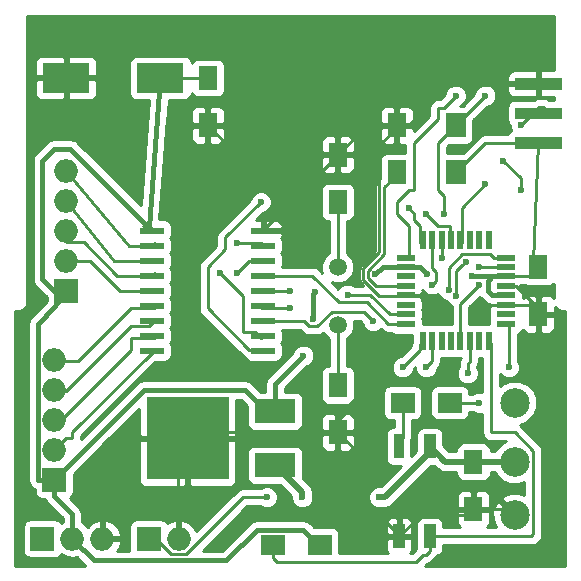
<source format=gbr>
G04 #@! TF.FileFunction,Copper,L1,Top,Signal*
%FSLAX46Y46*%
G04 Gerber Fmt 4.6, Leading zero omitted, Abs format (unit mm)*
G04 Created by KiCad (PCBNEW 4.0.2-stable) date 2/24/2017 09:05:39*
%MOMM*%
G01*
G04 APERTURE LIST*
%ADD10C,0.100000*%
%ADD11R,4.000000X2.500000*%
%ADD12O,1.998980X1.998980*%
%ADD13R,1.998980X1.998980*%
%ADD14R,3.500000X2.000000*%
%ADD15R,7.000000X7.000000*%
%ADD16R,1.600000X2.000000*%
%ADD17R,1.600000X0.550000*%
%ADD18R,0.550000X1.600000*%
%ADD19C,2.499360*%
%ADD20R,1.700000X2.000000*%
%ADD21R,2.000000X1.700000*%
%ADD22C,1.500000*%
%ADD23R,0.899160X1.998980*%
%ADD24R,1.000760X1.998980*%
%ADD25R,2.000000X0.600000*%
%ADD26C,0.600000*%
%ADD27C,0.250000*%
%ADD28C,0.400000*%
%ADD29C,0.500000*%
%ADD30C,0.254000*%
G04 APERTURE END LIST*
D10*
D11*
X205000000Y-31000000D03*
X197000000Y-31000000D03*
D12*
X200080000Y-70000000D03*
D13*
X195000000Y-70000000D03*
D12*
X197540000Y-70000000D03*
D14*
X214700000Y-63790000D03*
X214700000Y-59210000D03*
D15*
X207300000Y-61490000D03*
D16*
X220000000Y-41500000D03*
X220000000Y-37500000D03*
X220000000Y-57000000D03*
X220000000Y-61000000D03*
X225000000Y-39000000D03*
X225000000Y-35000000D03*
X237000000Y-51000000D03*
X237000000Y-47000000D03*
X231500000Y-67500000D03*
X231500000Y-63500000D03*
X209000000Y-35000000D03*
X209000000Y-31000000D03*
D17*
X234250000Y-51800000D03*
X234250000Y-51000000D03*
X234250000Y-50200000D03*
X234250000Y-49400000D03*
X234250000Y-48600000D03*
X234250000Y-47800000D03*
X234250000Y-47000000D03*
X234250000Y-46200000D03*
D18*
X232800000Y-44750000D03*
X232000000Y-44750000D03*
X231200000Y-44750000D03*
X230400000Y-44750000D03*
X229600000Y-44750000D03*
X228800000Y-44750000D03*
X228000000Y-44750000D03*
X227200000Y-44750000D03*
D17*
X225750000Y-46200000D03*
X225750000Y-47000000D03*
X225750000Y-47800000D03*
X225750000Y-48600000D03*
X225750000Y-49400000D03*
X225750000Y-50200000D03*
X225750000Y-51000000D03*
X225750000Y-51800000D03*
D18*
X227200000Y-53250000D03*
X228000000Y-53250000D03*
X228800000Y-53250000D03*
X229600000Y-53250000D03*
X230400000Y-53250000D03*
X231200000Y-53250000D03*
X232000000Y-53250000D03*
X232800000Y-53250000D03*
D19*
X235000000Y-58500000D03*
D12*
X206540000Y-70000000D03*
D13*
X204000000Y-70000000D03*
D10*
G36*
X235000000Y-36000000D02*
X239000000Y-36000000D01*
X239000000Y-37000000D01*
X235000000Y-37000000D01*
X235000000Y-36000000D01*
X235000000Y-36000000D01*
G37*
G36*
X235000000Y-33500000D02*
X239000000Y-33500000D01*
X239000000Y-34500000D01*
X235000000Y-34500000D01*
X235000000Y-33500000D01*
X235000000Y-33500000D01*
G37*
G36*
X235000000Y-31000000D02*
X239000000Y-31000000D01*
X239000000Y-32000000D01*
X235000000Y-32000000D01*
X235000000Y-31000000D01*
X235000000Y-31000000D01*
G37*
D12*
X196000000Y-57380000D03*
D13*
X196000000Y-65000000D03*
D12*
X196000000Y-62460000D03*
X196000000Y-59920000D03*
X196000000Y-54840000D03*
D19*
X235000000Y-68000000D03*
X235000000Y-63500000D03*
D12*
X197000000Y-41380000D03*
D13*
X197000000Y-49000000D03*
D12*
X197000000Y-46460000D03*
X197000000Y-43920000D03*
X197000000Y-38840000D03*
D20*
X230000000Y-39000000D03*
X230000000Y-35000000D03*
D21*
X229500000Y-58500000D03*
X225500000Y-58500000D03*
X214500000Y-70500000D03*
X218500000Y-70500000D03*
D22*
X220000000Y-47000000D03*
X220000000Y-51880000D03*
D23*
X225151260Y-62200160D03*
D24*
X227800480Y-62200160D03*
X227800480Y-69799840D03*
X225199520Y-69799840D03*
D25*
X213700000Y-54080000D03*
X213700000Y-52810000D03*
X213700000Y-51540000D03*
X213700000Y-50270000D03*
X213700000Y-49000000D03*
X213700000Y-47730000D03*
X213700000Y-46460000D03*
X213700000Y-45190000D03*
X213700000Y-43920000D03*
X204300000Y-43920000D03*
X204300000Y-45190000D03*
X204300000Y-46460000D03*
X204300000Y-47730000D03*
X204300000Y-49000000D03*
X204300000Y-50270000D03*
X204300000Y-51540000D03*
X204300000Y-52810000D03*
X204300000Y-54080000D03*
D26*
X232000000Y-47000000D03*
X229500000Y-50500000D03*
X232000000Y-50500000D03*
X228000000Y-51000000D03*
X222500000Y-56500000D03*
X217500000Y-37500000D03*
X211500000Y-37500000D03*
X229387315Y-48950029D03*
X218100000Y-49100000D03*
X217900000Y-51400000D03*
X217100000Y-54500000D03*
X217900000Y-51400000D03*
X218100000Y-49100000D03*
X223200000Y-47600000D03*
X227600000Y-47600000D03*
X231400000Y-47800000D03*
X223500000Y-66500000D03*
X217000000Y-66500000D03*
X234500000Y-55500000D03*
X213500000Y-41500000D03*
X232500000Y-40000000D03*
X227500000Y-42500000D03*
X210000000Y-47500000D03*
X230031675Y-49424180D03*
X230839006Y-46539020D03*
X228800000Y-46200000D03*
X223000000Y-51600000D03*
X228010593Y-48491228D03*
X235500000Y-35000000D03*
X234000000Y-38000000D03*
X235500000Y-40500000D03*
X216000000Y-50500000D03*
X226000000Y-42000000D03*
X230000000Y-32500000D03*
X220844989Y-49344989D03*
X216000000Y-49000000D03*
X211500000Y-47500000D03*
X225500000Y-55500000D03*
X211500000Y-45000000D03*
X227500000Y-55500000D03*
X231999980Y-48500020D03*
X232500000Y-32500000D03*
X229000000Y-42500000D03*
X231000000Y-56000000D03*
X214000000Y-66500000D03*
X232000000Y-58500000D03*
D27*
X234250000Y-47000000D02*
X232000000Y-47000000D01*
X220000000Y-47000000D02*
X220000000Y-41500000D01*
X234250000Y-48600000D02*
X235100000Y-48600000D01*
X235100000Y-48600000D02*
X237000000Y-50500000D01*
X237000000Y-50500000D02*
X237000000Y-51000000D01*
X223500000Y-36700000D02*
X225000000Y-35200000D01*
X225000000Y-35200000D02*
X225000000Y-35000000D01*
X226000000Y-49500000D02*
X223538585Y-49500000D01*
X223538585Y-49500000D02*
X222124987Y-48086402D01*
X222124987Y-48086402D02*
X222124987Y-47113598D01*
X222124987Y-47113598D02*
X223500000Y-45738585D01*
X223500000Y-45738585D02*
X223500000Y-36700000D01*
X225000000Y-35000000D02*
X226050000Y-35000000D01*
X226050000Y-35000000D02*
X229550000Y-31500000D01*
X235900000Y-31500000D02*
X237000000Y-31500000D01*
X229550000Y-31500000D02*
X235900000Y-31500000D01*
X225750000Y-49400000D02*
X226800000Y-49400000D01*
X234250000Y-50200000D02*
X232300000Y-50200000D01*
X228400000Y-49400000D02*
X225750000Y-49400000D01*
X229500000Y-50500000D02*
X228400000Y-49400000D01*
X232300000Y-50200000D02*
X232000000Y-50500000D01*
X234250000Y-50200000D02*
X236200000Y-50200000D01*
X236200000Y-50200000D02*
X237000000Y-51000000D01*
X220000000Y-37500000D02*
X213500000Y-44000000D01*
X213500000Y-44000000D02*
X213700000Y-43920000D01*
X225750000Y-49400000D02*
X226000000Y-49500000D01*
X226000000Y-49500000D02*
X227000000Y-49500000D01*
X227000000Y-49500000D02*
X228000000Y-50500000D01*
X228000000Y-50500000D02*
X228000000Y-51000000D01*
X222500000Y-56500000D02*
X221500000Y-57500000D01*
X221500000Y-57500000D02*
X221500000Y-58500000D01*
X221500000Y-58500000D02*
X220000000Y-60000000D01*
X220000000Y-60000000D02*
X220000000Y-61000000D01*
X220000000Y-61000000D02*
X222500000Y-63500000D01*
X222500000Y-63500000D02*
X222500000Y-67000000D01*
X222500000Y-67000000D02*
X225000000Y-69500000D01*
X225000000Y-69500000D02*
X225000000Y-70000000D01*
X225000000Y-70000000D02*
X225199520Y-69799840D01*
X220000000Y-37500000D02*
X217500000Y-37500000D01*
X211500000Y-37500000D02*
X209000000Y-35000000D01*
X225750000Y-49400000D02*
X226000000Y-49500000D01*
X225199520Y-69799840D02*
X225000000Y-70000000D01*
X225000000Y-70000000D02*
X226500000Y-68500000D01*
X226500000Y-68500000D02*
X226500000Y-68000000D01*
X226500000Y-68000000D02*
X231000000Y-68000000D01*
X231000000Y-68000000D02*
X231500000Y-67500000D01*
X225000000Y-35000000D02*
X222500000Y-35000000D01*
X222500000Y-35000000D02*
X220000000Y-37500000D01*
X220000000Y-61000000D02*
X208000000Y-61000000D01*
X208000000Y-61000000D02*
X207500000Y-61500000D01*
X207500000Y-61500000D02*
X207300000Y-61490000D01*
X207300000Y-61490000D02*
X207500000Y-61500000D01*
X207500000Y-61500000D02*
X206500000Y-62500000D01*
X206500000Y-62500000D02*
X206500000Y-70000000D01*
X206500000Y-70000000D02*
X206540000Y-70000000D01*
X231500000Y-67500000D02*
X234500000Y-67500000D01*
X234500000Y-67500000D02*
X235000000Y-68000000D01*
X234250000Y-46200000D02*
X233200000Y-46200000D01*
X230539004Y-45914018D02*
X229387315Y-47065707D01*
X229387315Y-47065707D02*
X229387315Y-48525765D01*
X233200000Y-46200000D02*
X232914018Y-45914018D01*
X232914018Y-45914018D02*
X230539004Y-45914018D01*
X229387315Y-48525765D02*
X229387315Y-48950029D01*
X220000000Y-57000000D02*
X220000000Y-51880000D01*
X224700000Y-48600000D02*
X225750000Y-48600000D01*
X222574998Y-47900002D02*
X223274996Y-48600000D01*
X223274996Y-48600000D02*
X224700000Y-48600000D01*
X222574998Y-47299998D02*
X222574998Y-47900002D01*
X223950000Y-45924996D02*
X222574998Y-47299998D01*
X225000000Y-39200000D02*
X223950000Y-40250000D01*
X223950000Y-40250000D02*
X223950000Y-45924996D01*
X225000000Y-39000000D02*
X225000000Y-39200000D01*
D28*
X197000000Y-49000000D02*
X196000000Y-49000000D01*
X197380000Y-37000000D02*
X204300000Y-43920000D01*
X196000000Y-37000000D02*
X197380000Y-37000000D01*
X195000000Y-38000000D02*
X196000000Y-37000000D01*
X195000000Y-48000000D02*
X195000000Y-38000000D01*
X196000000Y-49000000D02*
X195000000Y-48000000D01*
X205000000Y-31000000D02*
X204000000Y-43620000D01*
X204000000Y-43620000D02*
X204300000Y-43920000D01*
X203600000Y-43920000D02*
X204300000Y-43920000D01*
X194600000Y-64999490D02*
X194600000Y-51799490D01*
X194600000Y-51799490D02*
X196000000Y-50399490D01*
X196000000Y-50399490D02*
X197000000Y-49000000D01*
X196000000Y-65000000D02*
X194600509Y-64999999D01*
X194600509Y-64999999D02*
X194600000Y-64999490D01*
X197540000Y-70000000D02*
X199389502Y-71849502D01*
X218350000Y-70500000D02*
X218500000Y-70500000D01*
X199389502Y-71849502D02*
X210580496Y-71849502D01*
X210580496Y-71849502D02*
X213179999Y-69249999D01*
X213179999Y-69249999D02*
X217100000Y-69250000D01*
X217100000Y-69250000D02*
X218350000Y-70500000D01*
X196000000Y-65000000D02*
X196000000Y-66399490D01*
X196000000Y-66399490D02*
X197540000Y-67939490D01*
X197540000Y-67939490D02*
X197540000Y-68586508D01*
X197540000Y-68586508D02*
X197540000Y-70000000D01*
X203600000Y-57400000D02*
X196000000Y-65000000D01*
X214700000Y-59210000D02*
X213950000Y-59210000D01*
X212140000Y-57400000D02*
X203600000Y-57400000D01*
X213950000Y-59210000D02*
X212140000Y-57400000D01*
X232700000Y-49050000D02*
X232700000Y-48150000D01*
X232700000Y-48150000D02*
X233050000Y-47800000D01*
X233050000Y-47800000D02*
X234250000Y-47800000D01*
X233050000Y-49400000D02*
X232700000Y-49050000D01*
X234250000Y-49400000D02*
X233050000Y-49400000D01*
X231400000Y-47800000D02*
X234250000Y-47800000D01*
X225750000Y-47000000D02*
X227000000Y-47000000D01*
X227000000Y-47000000D02*
X227600000Y-47600000D01*
X223200000Y-47600000D02*
X223800000Y-47000000D01*
X223800000Y-47000000D02*
X225750000Y-47000000D01*
X217900000Y-51400000D02*
X217900000Y-49300000D01*
X217900000Y-49300000D02*
X218100000Y-49100000D01*
X214700000Y-59210000D02*
X214700000Y-56900000D01*
X214700000Y-56900000D02*
X217100000Y-54500000D01*
D27*
X237000000Y-47000000D02*
X237500000Y-47000000D01*
X236700000Y-47800000D02*
X234250000Y-47800000D01*
X237500000Y-47000000D02*
X236700000Y-47800000D01*
X197000000Y-49000000D02*
X197500000Y-49000000D01*
X203500000Y-43500000D02*
X204000000Y-43500000D01*
X204000000Y-43500000D02*
X204500000Y-44000000D01*
X204500000Y-44000000D02*
X204300000Y-43920000D01*
X214700000Y-59210000D02*
X214500000Y-59000000D01*
X237000000Y-36500000D02*
X232500000Y-36500000D01*
X232500000Y-36500000D02*
X230000000Y-39000000D01*
X204300000Y-43920000D02*
X204500000Y-44000000D01*
X204500000Y-44000000D02*
X204000000Y-43500000D01*
X204000000Y-43500000D02*
X205000000Y-31000000D01*
X237000000Y-47000000D02*
X236500000Y-46500000D01*
X236500000Y-46500000D02*
X237000000Y-36500000D01*
X205000000Y-31000000D02*
X209000000Y-31000000D01*
D29*
X217000000Y-66500000D02*
X217000000Y-66090000D01*
X217000000Y-66090000D02*
X214700000Y-63790000D01*
X227800480Y-62200160D02*
X227800480Y-62699270D01*
X227800480Y-62699270D02*
X223999750Y-66500000D01*
X223999750Y-66500000D02*
X223924264Y-66500000D01*
X223924264Y-66500000D02*
X223500000Y-66500000D01*
X231500000Y-63500000D02*
X229100320Y-63500000D01*
X229100320Y-63500000D02*
X227800480Y-62200160D01*
X235000000Y-63500000D02*
X231500000Y-63500000D01*
D27*
X227800480Y-62200160D02*
X228000000Y-62000000D01*
X234250000Y-51800000D02*
X234500000Y-52000000D01*
X234500000Y-52000000D02*
X234500000Y-55500000D01*
X213700000Y-54080000D02*
X213500000Y-54000000D01*
X213500000Y-54000000D02*
X212500000Y-54000000D01*
X212500000Y-54000000D02*
X209000000Y-50500000D01*
X209000000Y-50500000D02*
X209000000Y-47000000D01*
X209000000Y-47000000D02*
X210500000Y-45500000D01*
X210500000Y-45500000D02*
X210500000Y-44500000D01*
X210500000Y-44500000D02*
X213500000Y-41500000D01*
X232500000Y-40000000D02*
X230500000Y-42000000D01*
X230500000Y-42000000D02*
X230500000Y-45000000D01*
X230500000Y-45000000D02*
X230400000Y-44750000D01*
X229600000Y-44750000D02*
X229500000Y-45000000D01*
X229500000Y-45000000D02*
X229500000Y-43500000D01*
X229500000Y-43500000D02*
X228500000Y-43500000D01*
X228500000Y-43500000D02*
X227500000Y-42500000D01*
X210000000Y-47500000D02*
X212000000Y-49500000D01*
X212000000Y-49500000D02*
X212000000Y-52500000D01*
X212000000Y-52500000D02*
X213000000Y-52500000D01*
X213000000Y-52500000D02*
X213500000Y-53000000D01*
X213500000Y-53000000D02*
X213700000Y-52810000D01*
X230031675Y-49424180D02*
X230031675Y-47346351D01*
X230539007Y-46839019D02*
X230839006Y-46539020D01*
X230031675Y-47346351D02*
X230539007Y-46839019D01*
X222700001Y-51300001D02*
X223000000Y-51600000D01*
X219483999Y-50804999D02*
X222204999Y-50804999D01*
X218263996Y-52025002D02*
X219483999Y-50804999D01*
X222204999Y-50804999D02*
X222700001Y-51300001D01*
X217599998Y-52025002D02*
X218263996Y-52025002D01*
X217114996Y-51540000D02*
X217599998Y-52025002D01*
X213700000Y-51540000D02*
X217114996Y-51540000D01*
X228800000Y-46200000D02*
X228800000Y-44750000D01*
X228310592Y-47385590D02*
X228310592Y-48191229D01*
X228310592Y-48191229D02*
X228010593Y-48491228D01*
X228000000Y-47074998D02*
X228310592Y-47385590D01*
X228000000Y-44750000D02*
X228000000Y-47074998D01*
X235500000Y-35000000D02*
X237070710Y-33429290D01*
X237070710Y-33429290D02*
X237429290Y-33429290D01*
X237429290Y-33429290D02*
X237000000Y-34000000D01*
X235500000Y-40500000D02*
X235500000Y-39500000D01*
X235500000Y-39500000D02*
X234000000Y-38000000D01*
X213700000Y-50270000D02*
X213500000Y-50500000D01*
X213500000Y-50500000D02*
X216000000Y-50500000D01*
X226000000Y-42000000D02*
X226500000Y-42500000D01*
X226500000Y-42500000D02*
X226500000Y-43000000D01*
X226500000Y-43000000D02*
X227000000Y-43500000D01*
X227000000Y-43500000D02*
X227000000Y-45000000D01*
X227000000Y-45000000D02*
X227200000Y-44750000D01*
X230000000Y-32500000D02*
X229000000Y-33500000D01*
X229000000Y-33500000D02*
X228500000Y-33500000D01*
X228500000Y-33500000D02*
X228500000Y-34500000D01*
X228500000Y-34500000D02*
X226500000Y-36500000D01*
X226500000Y-36500000D02*
X226500000Y-40500000D01*
X226500000Y-40500000D02*
X226000000Y-40500000D01*
X226000000Y-40500000D02*
X225000000Y-41500000D01*
X225000000Y-41500000D02*
X225000000Y-42500000D01*
X225000000Y-42500000D02*
X226000000Y-43500000D01*
X226000000Y-43500000D02*
X226000000Y-46000000D01*
X226000000Y-46000000D02*
X225750000Y-46200000D01*
X221269253Y-49344989D02*
X220844989Y-49344989D01*
X222747163Y-49344989D02*
X221269253Y-49344989D01*
X225750000Y-51000000D02*
X224402174Y-51000000D01*
X224402174Y-51000000D02*
X222747163Y-49344989D01*
X213700000Y-49000000D02*
X216000000Y-49000000D01*
X224700000Y-51800000D02*
X225750000Y-51800000D01*
X224300000Y-51800000D02*
X224700000Y-51800000D01*
X213700000Y-47730000D02*
X217855002Y-47730000D01*
X217855002Y-47730000D02*
X220125002Y-50000000D01*
X220125002Y-50000000D02*
X222500000Y-50000000D01*
X222500000Y-50000000D02*
X224300000Y-51800000D01*
X213700000Y-46460000D02*
X213500000Y-46500000D01*
X213500000Y-46500000D02*
X212500000Y-46500000D01*
X212500000Y-46500000D02*
X211500000Y-47500000D01*
X225500000Y-55500000D02*
X227000000Y-54000000D01*
X227000000Y-54000000D02*
X227000000Y-53500000D01*
X227000000Y-53500000D02*
X227200000Y-53250000D01*
X213700000Y-45190000D02*
X213500000Y-45000000D01*
X213500000Y-45000000D02*
X211500000Y-45000000D01*
X227500000Y-55500000D02*
X228000000Y-55000000D01*
X228000000Y-55000000D02*
X228000000Y-53250000D01*
X230400000Y-50100000D02*
X231699981Y-48800019D01*
X230400000Y-53250000D02*
X230400000Y-50100000D01*
X231699981Y-48800019D02*
X231999980Y-48500020D01*
X232500000Y-32500000D02*
X230000000Y-35000000D01*
X230000000Y-35000000D02*
X228500000Y-36500000D01*
X228500000Y-36500000D02*
X228500000Y-40500000D01*
X228500000Y-40500000D02*
X229000000Y-41000000D01*
X229000000Y-41000000D02*
X229000000Y-42500000D01*
X213575736Y-66500000D02*
X214000000Y-66500000D01*
X204000000Y-70000000D02*
X204579752Y-70000000D01*
X207175757Y-71324491D02*
X212000248Y-66500000D01*
X204579752Y-70000000D02*
X205904243Y-71324491D01*
X212000248Y-66500000D02*
X213575736Y-66500000D01*
X205904243Y-71324491D02*
X207175757Y-71324491D01*
X231000000Y-55200000D02*
X231200000Y-55000000D01*
X231200000Y-55000000D02*
X231200000Y-53250000D01*
X231000000Y-56000000D02*
X231000000Y-55200000D01*
X236574681Y-69625319D02*
X236400160Y-69799840D01*
X236400160Y-69799840D02*
X227800480Y-69799840D01*
X235000000Y-61000000D02*
X236574681Y-62574681D01*
X236574681Y-62574681D02*
X236574681Y-69625319D01*
X233000000Y-61000000D02*
X235000000Y-61000000D01*
X227200000Y-71400000D02*
X227449810Y-71400000D01*
X227449810Y-71400000D02*
X227800480Y-71049330D01*
X227800480Y-71049330D02*
X227800480Y-69799840D01*
X226600000Y-72000000D02*
X227200000Y-71400000D01*
X214900000Y-72000000D02*
X226600000Y-72000000D01*
X214500000Y-70500000D02*
X214500000Y-71600000D01*
X214500000Y-71600000D02*
X214900000Y-72000000D01*
X227800480Y-69799840D02*
X228000000Y-70000000D01*
X233000000Y-61000000D02*
X233000000Y-53500000D01*
X233000000Y-53500000D02*
X232800000Y-53250000D01*
X228000000Y-70000000D02*
X227800480Y-69799840D01*
X229500000Y-58500000D02*
X232000000Y-58500000D01*
X196000000Y-57380000D02*
X196000000Y-57500000D01*
X196000000Y-57500000D02*
X197000000Y-57500000D01*
X197000000Y-57500000D02*
X202500000Y-52000000D01*
X202500000Y-52000000D02*
X204000000Y-52000000D01*
X204000000Y-52000000D02*
X204500000Y-51500000D01*
X204500000Y-51500000D02*
X204300000Y-51540000D01*
X204300000Y-54080000D02*
X204500000Y-54000000D01*
X204500000Y-54000000D02*
X197500000Y-61000000D01*
X197500000Y-61000000D02*
X197500000Y-61500000D01*
X197500000Y-61500000D02*
X197000000Y-61500000D01*
X197000000Y-61500000D02*
X196000000Y-62500000D01*
X196000000Y-62500000D02*
X196000000Y-62460000D01*
X196000000Y-59920000D02*
X196000000Y-60000000D01*
X196000000Y-60000000D02*
X196500000Y-60000000D01*
X196500000Y-60000000D02*
X202500000Y-54000000D01*
X202500000Y-54000000D02*
X202500000Y-53000000D01*
X202500000Y-53000000D02*
X204500000Y-53000000D01*
X204500000Y-53000000D02*
X204300000Y-52810000D01*
X196000000Y-54840000D02*
X196000000Y-55000000D01*
X196000000Y-55000000D02*
X198000000Y-55000000D01*
X198000000Y-55000000D02*
X202500000Y-50500000D01*
X202500000Y-50500000D02*
X204500000Y-50500000D01*
X204500000Y-50500000D02*
X204300000Y-50270000D01*
X197000000Y-41380000D02*
X201080000Y-46460000D01*
X201080000Y-46460000D02*
X204300000Y-46460000D01*
X204500000Y-46500000D02*
X204300000Y-46460000D01*
X199060000Y-46460000D02*
X201600000Y-49000000D01*
X201600000Y-49000000D02*
X204300000Y-49000000D01*
X197000000Y-46460000D02*
X199060000Y-46460000D01*
X204300000Y-49000000D02*
X203000000Y-49000000D01*
X198519489Y-44919489D02*
X201330000Y-47730000D01*
X201330000Y-47730000D02*
X204300000Y-47730000D01*
X197000000Y-43920000D02*
X196999489Y-44919489D01*
X196999489Y-44919489D02*
X198519489Y-44919489D01*
X204500000Y-47500000D02*
X204300000Y-47730000D01*
X204300000Y-45190000D02*
X202350000Y-45190000D01*
X202350000Y-45190000D02*
X197000000Y-38840000D01*
X204500000Y-45000000D02*
X204300000Y-45190000D01*
X225151260Y-62200160D02*
X225000000Y-62000000D01*
X225000000Y-62000000D02*
X225500000Y-61500000D01*
X225500000Y-61500000D02*
X225500000Y-58500000D01*
D30*
G36*
X238290000Y-49591975D02*
X238159699Y-49461673D01*
X237926310Y-49365000D01*
X237285750Y-49365000D01*
X237127000Y-49523750D01*
X237127000Y-50873000D01*
X238276250Y-50873000D01*
X238435000Y-50714250D01*
X238435000Y-50407828D01*
X238497954Y-50502046D01*
X238728295Y-50655954D01*
X239000000Y-50710000D01*
X239290000Y-50710000D01*
X239290000Y-72290000D01*
X227384802Y-72290000D01*
X227530940Y-72143862D01*
X227740649Y-72102148D01*
X227987211Y-71937401D01*
X228337881Y-71586731D01*
X228450173Y-71418675D01*
X228536177Y-71402492D01*
X228752301Y-71263420D01*
X228897291Y-71051220D01*
X228948300Y-70799330D01*
X228948300Y-70559840D01*
X236400160Y-70559840D01*
X236690999Y-70501988D01*
X236937561Y-70337241D01*
X237112082Y-70162720D01*
X237276829Y-69916158D01*
X237334681Y-69625319D01*
X237334681Y-62574681D01*
X237327407Y-62538110D01*
X237276829Y-62283841D01*
X237112082Y-62037280D01*
X235537401Y-60462599D01*
X235402921Y-60372743D01*
X236066191Y-60098686D01*
X236596822Y-59568979D01*
X236884352Y-58876531D01*
X236885006Y-58126759D01*
X236598686Y-57433809D01*
X236068979Y-56903178D01*
X235376531Y-56615648D01*
X234626759Y-56614994D01*
X233933809Y-56901314D01*
X233760000Y-57074820D01*
X233760000Y-56082153D01*
X233969673Y-56292192D01*
X234313201Y-56434838D01*
X234685167Y-56435162D01*
X235028943Y-56293117D01*
X235292192Y-56030327D01*
X235434838Y-55686799D01*
X235435162Y-55314833D01*
X235293117Y-54971057D01*
X235260000Y-54937882D01*
X235260000Y-52682926D01*
X235285317Y-52678162D01*
X235501441Y-52539090D01*
X235646431Y-52326890D01*
X235646974Y-52324211D01*
X235661673Y-52359698D01*
X235840301Y-52538327D01*
X236073690Y-52635000D01*
X236714250Y-52635000D01*
X236873000Y-52476250D01*
X236873000Y-51127000D01*
X237127000Y-51127000D01*
X237127000Y-52476250D01*
X237285750Y-52635000D01*
X237926310Y-52635000D01*
X238159699Y-52538327D01*
X238338327Y-52359698D01*
X238435000Y-52126309D01*
X238435000Y-51285750D01*
X238276250Y-51127000D01*
X237127000Y-51127000D01*
X236873000Y-51127000D01*
X236853000Y-51127000D01*
X236853000Y-50873000D01*
X236873000Y-50873000D01*
X236873000Y-49523750D01*
X236714250Y-49365000D01*
X236073690Y-49365000D01*
X235840301Y-49461673D01*
X235697440Y-49604535D01*
X235697440Y-49125000D01*
X235677550Y-49019295D01*
X235685000Y-49001310D01*
X235685000Y-48885750D01*
X235588599Y-48789349D01*
X235514090Y-48673559D01*
X235406603Y-48600116D01*
X235468946Y-48560000D01*
X235894791Y-48560000D01*
X235948110Y-48596431D01*
X236200000Y-48647440D01*
X237800000Y-48647440D01*
X238035317Y-48603162D01*
X238251441Y-48464090D01*
X238290000Y-48407657D01*
X238290000Y-49591975D01*
X238290000Y-49591975D01*
G37*
X238290000Y-49591975D02*
X238159699Y-49461673D01*
X237926310Y-49365000D01*
X237285750Y-49365000D01*
X237127000Y-49523750D01*
X237127000Y-50873000D01*
X238276250Y-50873000D01*
X238435000Y-50714250D01*
X238435000Y-50407828D01*
X238497954Y-50502046D01*
X238728295Y-50655954D01*
X239000000Y-50710000D01*
X239290000Y-50710000D01*
X239290000Y-72290000D01*
X227384802Y-72290000D01*
X227530940Y-72143862D01*
X227740649Y-72102148D01*
X227987211Y-71937401D01*
X228337881Y-71586731D01*
X228450173Y-71418675D01*
X228536177Y-71402492D01*
X228752301Y-71263420D01*
X228897291Y-71051220D01*
X228948300Y-70799330D01*
X228948300Y-70559840D01*
X236400160Y-70559840D01*
X236690999Y-70501988D01*
X236937561Y-70337241D01*
X237112082Y-70162720D01*
X237276829Y-69916158D01*
X237334681Y-69625319D01*
X237334681Y-62574681D01*
X237327407Y-62538110D01*
X237276829Y-62283841D01*
X237112082Y-62037280D01*
X235537401Y-60462599D01*
X235402921Y-60372743D01*
X236066191Y-60098686D01*
X236596822Y-59568979D01*
X236884352Y-58876531D01*
X236885006Y-58126759D01*
X236598686Y-57433809D01*
X236068979Y-56903178D01*
X235376531Y-56615648D01*
X234626759Y-56614994D01*
X233933809Y-56901314D01*
X233760000Y-57074820D01*
X233760000Y-56082153D01*
X233969673Y-56292192D01*
X234313201Y-56434838D01*
X234685167Y-56435162D01*
X235028943Y-56293117D01*
X235292192Y-56030327D01*
X235434838Y-55686799D01*
X235435162Y-55314833D01*
X235293117Y-54971057D01*
X235260000Y-54937882D01*
X235260000Y-52682926D01*
X235285317Y-52678162D01*
X235501441Y-52539090D01*
X235646431Y-52326890D01*
X235646974Y-52324211D01*
X235661673Y-52359698D01*
X235840301Y-52538327D01*
X236073690Y-52635000D01*
X236714250Y-52635000D01*
X236873000Y-52476250D01*
X236873000Y-51127000D01*
X237127000Y-51127000D01*
X237127000Y-52476250D01*
X237285750Y-52635000D01*
X237926310Y-52635000D01*
X238159699Y-52538327D01*
X238338327Y-52359698D01*
X238435000Y-52126309D01*
X238435000Y-51285750D01*
X238276250Y-51127000D01*
X237127000Y-51127000D01*
X236873000Y-51127000D01*
X236853000Y-51127000D01*
X236853000Y-50873000D01*
X236873000Y-50873000D01*
X236873000Y-49523750D01*
X236714250Y-49365000D01*
X236073690Y-49365000D01*
X235840301Y-49461673D01*
X235697440Y-49604535D01*
X235697440Y-49125000D01*
X235677550Y-49019295D01*
X235685000Y-49001310D01*
X235685000Y-48885750D01*
X235588599Y-48789349D01*
X235514090Y-48673559D01*
X235406603Y-48600116D01*
X235468946Y-48560000D01*
X235894791Y-48560000D01*
X235948110Y-48596431D01*
X236200000Y-48647440D01*
X237800000Y-48647440D01*
X238035317Y-48603162D01*
X238251441Y-48464090D01*
X238290000Y-48407657D01*
X238290000Y-49591975D01*
G36*
X238290000Y-30352560D02*
X237127000Y-30352560D01*
X237127000Y-31373000D01*
X237147000Y-31373000D01*
X237147000Y-31627000D01*
X237127000Y-31627000D01*
X237127000Y-32647440D01*
X238290000Y-32647440D01*
X238290000Y-32852560D01*
X237913529Y-32852560D01*
X237886146Y-32821933D01*
X237799800Y-32780376D01*
X237720129Y-32727142D01*
X237667396Y-32716653D01*
X237618945Y-32693334D01*
X237523270Y-32687984D01*
X237429290Y-32669290D01*
X237070710Y-32669290D01*
X236779870Y-32727142D01*
X236592169Y-32852560D01*
X235000000Y-32852560D01*
X234764683Y-32896838D01*
X234548559Y-33035910D01*
X234403569Y-33248110D01*
X234352560Y-33500000D01*
X234352560Y-34500000D01*
X234396838Y-34735317D01*
X234535910Y-34951441D01*
X234565024Y-34971334D01*
X234564838Y-35185167D01*
X234675903Y-35453966D01*
X234548559Y-35535910D01*
X234409110Y-35740000D01*
X232500000Y-35740000D01*
X232209161Y-35797852D01*
X231962599Y-35962599D01*
X230572638Y-37352560D01*
X229260000Y-37352560D01*
X229260000Y-36814802D01*
X229427362Y-36647440D01*
X230850000Y-36647440D01*
X231085317Y-36603162D01*
X231301441Y-36464090D01*
X231446431Y-36251890D01*
X231497440Y-36000000D01*
X231497440Y-34577362D01*
X232639680Y-33435122D01*
X232685167Y-33435162D01*
X233028943Y-33293117D01*
X233292192Y-33030327D01*
X233434838Y-32686799D01*
X233435162Y-32314833D01*
X233293117Y-31971057D01*
X233030327Y-31707808D01*
X232835721Y-31627000D01*
X234352560Y-31627000D01*
X234352560Y-32000000D01*
X234396838Y-32235317D01*
X234535910Y-32451441D01*
X234748110Y-32596431D01*
X235000000Y-32647440D01*
X236873000Y-32647440D01*
X236873000Y-31627000D01*
X234352560Y-31627000D01*
X232835721Y-31627000D01*
X232686799Y-31565162D01*
X232314833Y-31564838D01*
X231971057Y-31706883D01*
X231707808Y-31969673D01*
X231565162Y-32313201D01*
X231565121Y-32360077D01*
X230572638Y-33352560D01*
X230385080Y-33352560D01*
X230528943Y-33293117D01*
X230792192Y-33030327D01*
X230934838Y-32686799D01*
X230935162Y-32314833D01*
X230793117Y-31971057D01*
X230530327Y-31707808D01*
X230186799Y-31565162D01*
X229814833Y-31564838D01*
X229471057Y-31706883D01*
X229207808Y-31969673D01*
X229065162Y-32313201D01*
X229065121Y-32360077D01*
X228685198Y-32740000D01*
X228500000Y-32740000D01*
X228209161Y-32797852D01*
X227962599Y-32962599D01*
X227797852Y-33209161D01*
X227740000Y-33500000D01*
X227740000Y-34185198D01*
X226435000Y-35490198D01*
X226435000Y-35285750D01*
X226276250Y-35127000D01*
X225127000Y-35127000D01*
X225127000Y-36476250D01*
X225285750Y-36635000D01*
X225740000Y-36635000D01*
X225740000Y-37352560D01*
X224200000Y-37352560D01*
X223964683Y-37396838D01*
X223748559Y-37535910D01*
X223603569Y-37748110D01*
X223552560Y-38000000D01*
X223552560Y-39572638D01*
X223412599Y-39712599D01*
X223247852Y-39959161D01*
X223190000Y-40250000D01*
X223190000Y-45610194D01*
X222037597Y-46762597D01*
X221872850Y-47009159D01*
X221814998Y-47299998D01*
X221814998Y-47900002D01*
X221872850Y-48190841D01*
X222037597Y-48437403D01*
X222185183Y-48584989D01*
X221407452Y-48584989D01*
X221375316Y-48552797D01*
X221031788Y-48410151D01*
X220659822Y-48409827D01*
X220316046Y-48551872D01*
X220052797Y-48814662D01*
X220041550Y-48841746D01*
X219486048Y-48286244D01*
X219723298Y-48384759D01*
X220274285Y-48385240D01*
X220783515Y-48174831D01*
X221173461Y-47785564D01*
X221384759Y-47276702D01*
X221385240Y-46725715D01*
X221174831Y-46216485D01*
X220785564Y-45826539D01*
X220760000Y-45815924D01*
X220760000Y-43147440D01*
X220800000Y-43147440D01*
X221035317Y-43103162D01*
X221251441Y-42964090D01*
X221396431Y-42751890D01*
X221447440Y-42500000D01*
X221447440Y-40500000D01*
X221403162Y-40264683D01*
X221264090Y-40048559D01*
X221051890Y-39903569D01*
X220800000Y-39852560D01*
X219200000Y-39852560D01*
X218964683Y-39896838D01*
X218748559Y-40035910D01*
X218603569Y-40248110D01*
X218552560Y-40500000D01*
X218552560Y-42500000D01*
X218596838Y-42735317D01*
X218735910Y-42951441D01*
X218948110Y-43096431D01*
X219200000Y-43147440D01*
X219240000Y-43147440D01*
X219240000Y-45815453D01*
X219216485Y-45825169D01*
X218826539Y-46214436D01*
X218615241Y-46723298D01*
X218614760Y-47274285D01*
X218713811Y-47514007D01*
X218392403Y-47192599D01*
X218145841Y-47027852D01*
X217855002Y-46970000D01*
X215304914Y-46970000D01*
X215347440Y-46760000D01*
X215347440Y-46160000D01*
X215303162Y-45924683D01*
X215239322Y-45825472D01*
X215296431Y-45741890D01*
X215347440Y-45490000D01*
X215347440Y-44890000D01*
X215303162Y-44654683D01*
X215244822Y-44564020D01*
X215335000Y-44346310D01*
X215335000Y-44205750D01*
X215176250Y-44047000D01*
X213827000Y-44047000D01*
X213827000Y-44067000D01*
X213573000Y-44067000D01*
X213573000Y-44047000D01*
X213553000Y-44047000D01*
X213553000Y-43793000D01*
X213573000Y-43793000D01*
X213573000Y-43143750D01*
X213827000Y-43143750D01*
X213827000Y-43793000D01*
X215176250Y-43793000D01*
X215335000Y-43634250D01*
X215335000Y-43493690D01*
X215238327Y-43260301D01*
X215059698Y-43081673D01*
X214826309Y-42985000D01*
X213985750Y-42985000D01*
X213827000Y-43143750D01*
X213573000Y-43143750D01*
X213414250Y-42985000D01*
X213089802Y-42985000D01*
X213639680Y-42435122D01*
X213685167Y-42435162D01*
X214028943Y-42293117D01*
X214292192Y-42030327D01*
X214434838Y-41686799D01*
X214435162Y-41314833D01*
X214293117Y-40971057D01*
X214030327Y-40707808D01*
X213686799Y-40565162D01*
X213314833Y-40564838D01*
X212971057Y-40706883D01*
X212707808Y-40969673D01*
X212565162Y-41313201D01*
X212565121Y-41360077D01*
X209962599Y-43962599D01*
X209797852Y-44209161D01*
X209740000Y-44500000D01*
X209740000Y-45185198D01*
X208462599Y-46462599D01*
X208297852Y-46709161D01*
X208240000Y-47000000D01*
X208240000Y-50500000D01*
X208297852Y-50790839D01*
X208462599Y-51037401D01*
X211962599Y-54537401D01*
X212110135Y-54635982D01*
X212235910Y-54831441D01*
X212448110Y-54976431D01*
X212700000Y-55027440D01*
X214700000Y-55027440D01*
X214935317Y-54983162D01*
X215151441Y-54844090D01*
X215296431Y-54631890D01*
X215347440Y-54380000D01*
X215347440Y-53780000D01*
X215303162Y-53544683D01*
X215239322Y-53445472D01*
X215296431Y-53361890D01*
X215347440Y-53110000D01*
X215347440Y-52510000D01*
X215307926Y-52300000D01*
X216800194Y-52300000D01*
X217062597Y-52562403D01*
X217309158Y-52727150D01*
X217357412Y-52736748D01*
X217599998Y-52785002D01*
X218263996Y-52785002D01*
X218554835Y-52727150D01*
X218787286Y-52571831D01*
X218825169Y-52663515D01*
X219214436Y-53053461D01*
X219240000Y-53064076D01*
X219240000Y-55352560D01*
X219200000Y-55352560D01*
X218964683Y-55396838D01*
X218748559Y-55535910D01*
X218603569Y-55748110D01*
X218552560Y-56000000D01*
X218552560Y-58000000D01*
X218596838Y-58235317D01*
X218735910Y-58451441D01*
X218948110Y-58596431D01*
X219200000Y-58647440D01*
X220800000Y-58647440D01*
X221035317Y-58603162D01*
X221251441Y-58464090D01*
X221396431Y-58251890D01*
X221447440Y-58000000D01*
X221447440Y-56000000D01*
X221403162Y-55764683D01*
X221264090Y-55548559D01*
X221051890Y-55403569D01*
X220800000Y-55352560D01*
X220760000Y-55352560D01*
X220760000Y-53064547D01*
X220783515Y-53054831D01*
X221173461Y-52665564D01*
X221384759Y-52156702D01*
X221385240Y-51605715D01*
X221368417Y-51564999D01*
X221890197Y-51564999D01*
X222064878Y-51739680D01*
X222064838Y-51785167D01*
X222206883Y-52128943D01*
X222469673Y-52392192D01*
X222813201Y-52534838D01*
X223185167Y-52535162D01*
X223528943Y-52393117D01*
X223673755Y-52248557D01*
X223762599Y-52337401D01*
X224009160Y-52502148D01*
X224048635Y-52510000D01*
X224300000Y-52560000D01*
X224535025Y-52560000D01*
X224698110Y-52671431D01*
X224950000Y-52722440D01*
X226277560Y-52722440D01*
X226277560Y-53273956D01*
X226270029Y-53288479D01*
X226260873Y-53395066D01*
X226240000Y-53500000D01*
X226240000Y-53685198D01*
X225360320Y-54564878D01*
X225314833Y-54564838D01*
X224971057Y-54706883D01*
X224707808Y-54969673D01*
X224565162Y-55313201D01*
X224564838Y-55685167D01*
X224706883Y-56028943D01*
X224969673Y-56292192D01*
X225313201Y-56434838D01*
X225685167Y-56435162D01*
X226028943Y-56293117D01*
X226292192Y-56030327D01*
X226434838Y-55686799D01*
X226434879Y-55639923D01*
X226564991Y-55509811D01*
X226564838Y-55685167D01*
X226706883Y-56028943D01*
X226969673Y-56292192D01*
X227313201Y-56434838D01*
X227685167Y-56435162D01*
X228028943Y-56293117D01*
X228292192Y-56030327D01*
X228434838Y-55686799D01*
X228434879Y-55639923D01*
X228537401Y-55537401D01*
X228702148Y-55290839D01*
X228760000Y-55000000D01*
X228760000Y-54697440D01*
X229075000Y-54697440D01*
X229204589Y-54673056D01*
X229325000Y-54697440D01*
X229875000Y-54697440D01*
X230004589Y-54673056D01*
X230125000Y-54697440D01*
X230439319Y-54697440D01*
X230297852Y-54909161D01*
X230240000Y-55200000D01*
X230240000Y-55437537D01*
X230207808Y-55469673D01*
X230065162Y-55813201D01*
X230064838Y-56185167D01*
X230206883Y-56528943D01*
X230469673Y-56792192D01*
X230813201Y-56934838D01*
X231185167Y-56935162D01*
X231528943Y-56793117D01*
X231792192Y-56530327D01*
X231934838Y-56186799D01*
X231935162Y-55814833D01*
X231793117Y-55471057D01*
X231786296Y-55464224D01*
X231902148Y-55290839D01*
X231960000Y-55000000D01*
X231960000Y-54697440D01*
X232240000Y-54697440D01*
X232240000Y-57587253D01*
X232186799Y-57565162D01*
X231814833Y-57564838D01*
X231471057Y-57706883D01*
X231437882Y-57740000D01*
X231147440Y-57740000D01*
X231147440Y-57650000D01*
X231103162Y-57414683D01*
X230964090Y-57198559D01*
X230751890Y-57053569D01*
X230500000Y-57002560D01*
X228500000Y-57002560D01*
X228264683Y-57046838D01*
X228048559Y-57185910D01*
X227903569Y-57398110D01*
X227852560Y-57650000D01*
X227852560Y-59350000D01*
X227896838Y-59585317D01*
X228035910Y-59801441D01*
X228248110Y-59946431D01*
X228500000Y-59997440D01*
X230500000Y-59997440D01*
X230735317Y-59953162D01*
X230951441Y-59814090D01*
X231096431Y-59601890D01*
X231147440Y-59350000D01*
X231147440Y-59260000D01*
X231437537Y-59260000D01*
X231469673Y-59292192D01*
X231813201Y-59434838D01*
X232185167Y-59435162D01*
X232240000Y-59412506D01*
X232240000Y-61000000D01*
X232297852Y-61290839D01*
X232462599Y-61537401D01*
X232709161Y-61702148D01*
X233000000Y-61760000D01*
X234275816Y-61760000D01*
X233933809Y-61901314D01*
X233403178Y-62431021D01*
X233326783Y-62615000D01*
X232947440Y-62615000D01*
X232947440Y-62500000D01*
X232903162Y-62264683D01*
X232764090Y-62048559D01*
X232551890Y-61903569D01*
X232300000Y-61852560D01*
X230700000Y-61852560D01*
X230464683Y-61896838D01*
X230248559Y-62035910D01*
X230103569Y-62248110D01*
X230052560Y-62500000D01*
X230052560Y-62615000D01*
X229466899Y-62615000D01*
X228948300Y-62096400D01*
X228948300Y-61200670D01*
X228904022Y-60965353D01*
X228764950Y-60749229D01*
X228552750Y-60604239D01*
X228300860Y-60553230D01*
X227300100Y-60553230D01*
X227064783Y-60597508D01*
X226848659Y-60736580D01*
X226703669Y-60948780D01*
X226652660Y-61200670D01*
X226652660Y-62595511D01*
X226248280Y-62999891D01*
X226248280Y-61558920D01*
X226260000Y-61500000D01*
X226260000Y-59997440D01*
X226500000Y-59997440D01*
X226735317Y-59953162D01*
X226951441Y-59814090D01*
X227096431Y-59601890D01*
X227147440Y-59350000D01*
X227147440Y-57650000D01*
X227103162Y-57414683D01*
X226964090Y-57198559D01*
X226751890Y-57053569D01*
X226500000Y-57002560D01*
X224500000Y-57002560D01*
X224264683Y-57046838D01*
X224048559Y-57185910D01*
X223903569Y-57398110D01*
X223852560Y-57650000D01*
X223852560Y-59350000D01*
X223896838Y-59585317D01*
X224035910Y-59801441D01*
X224248110Y-59946431D01*
X224500000Y-59997440D01*
X224740000Y-59997440D01*
X224740000Y-60553230D01*
X224701680Y-60553230D01*
X224466363Y-60597508D01*
X224250239Y-60736580D01*
X224105249Y-60948780D01*
X224054240Y-61200670D01*
X224054240Y-63199650D01*
X224098518Y-63434967D01*
X224237590Y-63651091D01*
X224449790Y-63796081D01*
X224701680Y-63847090D01*
X225401081Y-63847090D01*
X223683011Y-65565159D01*
X223314833Y-65564838D01*
X222971057Y-65706883D01*
X222707808Y-65969673D01*
X222565162Y-66313201D01*
X222564838Y-66685167D01*
X222706883Y-67028943D01*
X222969673Y-67292192D01*
X223313201Y-67434838D01*
X223685167Y-67435162D01*
X223806569Y-67385000D01*
X223999745Y-67385000D01*
X223999750Y-67385001D01*
X224282234Y-67328810D01*
X224338425Y-67317633D01*
X224625540Y-67125790D01*
X225377638Y-66373691D01*
X230065000Y-66373691D01*
X230065000Y-67214250D01*
X230223750Y-67373000D01*
X231373000Y-67373000D01*
X231373000Y-66023750D01*
X231627000Y-66023750D01*
X231627000Y-67373000D01*
X232776250Y-67373000D01*
X232935000Y-67214250D01*
X232935000Y-66373691D01*
X232838327Y-66140302D01*
X232659699Y-65961673D01*
X232426310Y-65865000D01*
X231785750Y-65865000D01*
X231627000Y-66023750D01*
X231373000Y-66023750D01*
X231214250Y-65865000D01*
X230573690Y-65865000D01*
X230340301Y-65961673D01*
X230161673Y-66140302D01*
X230065000Y-66373691D01*
X225377638Y-66373691D01*
X227904239Y-63847090D01*
X228195831Y-63847090D01*
X228474528Y-64125787D01*
X228474530Y-64125790D01*
X228628339Y-64228561D01*
X228761645Y-64317633D01*
X229100320Y-64385000D01*
X230052560Y-64385000D01*
X230052560Y-64500000D01*
X230096838Y-64735317D01*
X230235910Y-64951441D01*
X230448110Y-65096431D01*
X230700000Y-65147440D01*
X232300000Y-65147440D01*
X232535317Y-65103162D01*
X232751441Y-64964090D01*
X232896431Y-64751890D01*
X232947440Y-64500000D01*
X232947440Y-64385000D01*
X233326448Y-64385000D01*
X233401314Y-64566191D01*
X233931021Y-65096822D01*
X234623469Y-65384352D01*
X235373241Y-65385006D01*
X235814681Y-65202607D01*
X235814681Y-66293851D01*
X235324117Y-66105929D01*
X234574616Y-66126072D01*
X233975725Y-66374141D01*
X233846517Y-66666911D01*
X235000000Y-67820395D01*
X235014142Y-67806252D01*
X235193748Y-67985858D01*
X235179605Y-68000000D01*
X235193748Y-68014142D01*
X235014142Y-68193748D01*
X235000000Y-68179605D01*
X234985858Y-68193748D01*
X234806252Y-68014142D01*
X234820395Y-68000000D01*
X233666911Y-66846517D01*
X233374141Y-66975725D01*
X233105929Y-67675883D01*
X233126072Y-68425384D01*
X233374141Y-69024275D01*
X233409409Y-69039840D01*
X232656046Y-69039840D01*
X232659699Y-69038327D01*
X232838327Y-68859698D01*
X232935000Y-68626309D01*
X232935000Y-67785750D01*
X232776250Y-67627000D01*
X231627000Y-67627000D01*
X231627000Y-67647000D01*
X231373000Y-67647000D01*
X231373000Y-67627000D01*
X230223750Y-67627000D01*
X230065000Y-67785750D01*
X230065000Y-68626309D01*
X230161673Y-68859698D01*
X230340301Y-69038327D01*
X230343954Y-69039840D01*
X228948300Y-69039840D01*
X228948300Y-68800350D01*
X228904022Y-68565033D01*
X228764950Y-68348909D01*
X228552750Y-68203919D01*
X228300860Y-68152910D01*
X227300100Y-68152910D01*
X227064783Y-68197188D01*
X226848659Y-68336260D01*
X226703669Y-68548460D01*
X226652660Y-68800350D01*
X226652660Y-70799330D01*
X226664345Y-70861432D01*
X226662599Y-70862599D01*
X226285198Y-71240000D01*
X226157255Y-71240000D01*
X226238227Y-71159028D01*
X226334900Y-70925639D01*
X226334900Y-70085590D01*
X226176150Y-69926840D01*
X225326520Y-69926840D01*
X225326520Y-69946840D01*
X225072520Y-69946840D01*
X225072520Y-69926840D01*
X224222890Y-69926840D01*
X224064140Y-70085590D01*
X224064140Y-70925639D01*
X224160813Y-71159028D01*
X224241785Y-71240000D01*
X220147440Y-71240000D01*
X220147440Y-69650000D01*
X220103162Y-69414683D01*
X219964090Y-69198559D01*
X219751890Y-69053569D01*
X219500000Y-69002560D01*
X218033428Y-69002560D01*
X217704909Y-68674041D01*
X224064140Y-68674041D01*
X224064140Y-69514090D01*
X224222890Y-69672840D01*
X225072520Y-69672840D01*
X225072520Y-68324100D01*
X225326520Y-68324100D01*
X225326520Y-69672840D01*
X226176150Y-69672840D01*
X226334900Y-69514090D01*
X226334900Y-68674041D01*
X226238227Y-68440652D01*
X226059599Y-68262023D01*
X225826210Y-68165350D01*
X225485270Y-68165350D01*
X225326520Y-68324100D01*
X225072520Y-68324100D01*
X224913770Y-68165350D01*
X224572830Y-68165350D01*
X224339441Y-68262023D01*
X224160813Y-68440652D01*
X224064140Y-68674041D01*
X217704909Y-68674041D01*
X217690434Y-68659566D01*
X217548955Y-68565033D01*
X217419541Y-68478561D01*
X217100000Y-68415000D01*
X213179999Y-68414999D01*
X212860458Y-68478560D01*
X212639336Y-68626309D01*
X212589565Y-68659565D01*
X210234628Y-71014502D01*
X208560548Y-71014502D01*
X212315050Y-67260000D01*
X213437537Y-67260000D01*
X213469673Y-67292192D01*
X213813201Y-67434838D01*
X214185167Y-67435162D01*
X214528943Y-67293117D01*
X214792192Y-67030327D01*
X214934838Y-66686799D01*
X214935162Y-66314833D01*
X214793117Y-65971057D01*
X214530327Y-65707808D01*
X214186799Y-65565162D01*
X213814833Y-65564838D01*
X213471057Y-65706883D01*
X213437882Y-65740000D01*
X212000248Y-65740000D01*
X211709409Y-65797852D01*
X211462847Y-65962599D01*
X208034777Y-69390669D01*
X207932987Y-69144916D01*
X207499726Y-68676932D01*
X206920355Y-68410373D01*
X206667000Y-68529193D01*
X206667000Y-69873000D01*
X206687000Y-69873000D01*
X206687000Y-70127000D01*
X206667000Y-70127000D01*
X206667000Y-70147000D01*
X206413000Y-70147000D01*
X206413000Y-70127000D01*
X206393000Y-70127000D01*
X206393000Y-69873000D01*
X206413000Y-69873000D01*
X206413000Y-68529193D01*
X206159645Y-68410373D01*
X205580274Y-68676932D01*
X205559970Y-68698863D01*
X205463580Y-68549069D01*
X205251380Y-68404079D01*
X204999490Y-68353070D01*
X203000510Y-68353070D01*
X202765193Y-68397348D01*
X202549069Y-68536420D01*
X202404079Y-68748620D01*
X202353070Y-69000510D01*
X202353070Y-70999490D01*
X202355895Y-71014502D01*
X201325397Y-71014502D01*
X201472987Y-70855084D01*
X201669619Y-70380354D01*
X201550265Y-70127000D01*
X200207000Y-70127000D01*
X200207000Y-70147000D01*
X199953000Y-70147000D01*
X199953000Y-70127000D01*
X199933000Y-70127000D01*
X199933000Y-69873000D01*
X199953000Y-69873000D01*
X199953000Y-68529193D01*
X200207000Y-68529193D01*
X200207000Y-69873000D01*
X201550265Y-69873000D01*
X201669619Y-69619646D01*
X201472987Y-69144916D01*
X201039726Y-68676932D01*
X200460355Y-68410373D01*
X200207000Y-68529193D01*
X199953000Y-68529193D01*
X199699645Y-68410373D01*
X199120274Y-68676932D01*
X198827379Y-68993300D01*
X198727781Y-68844241D01*
X198375000Y-68608520D01*
X198375000Y-67939490D01*
X198311439Y-67619949D01*
X198130434Y-67349056D01*
X197325604Y-66544226D01*
X197450931Y-66463580D01*
X197595921Y-66251380D01*
X197646930Y-65999490D01*
X197646930Y-64533938D01*
X200405118Y-61775750D01*
X203165000Y-61775750D01*
X203165000Y-65116309D01*
X203261673Y-65349698D01*
X203440301Y-65528327D01*
X203673690Y-65625000D01*
X207014250Y-65625000D01*
X207173000Y-65466250D01*
X207173000Y-61617000D01*
X207427000Y-61617000D01*
X207427000Y-65466250D01*
X207585750Y-65625000D01*
X210926310Y-65625000D01*
X211159699Y-65528327D01*
X211338327Y-65349698D01*
X211435000Y-65116309D01*
X211435000Y-62790000D01*
X212302560Y-62790000D01*
X212302560Y-64790000D01*
X212346838Y-65025317D01*
X212485910Y-65241441D01*
X212698110Y-65386431D01*
X212950000Y-65437440D01*
X215095860Y-65437440D01*
X216065081Y-66406660D01*
X216064838Y-66685167D01*
X216206883Y-67028943D01*
X216469673Y-67292192D01*
X216813201Y-67434838D01*
X217185167Y-67435162D01*
X217528943Y-67293117D01*
X217792192Y-67030327D01*
X217934838Y-66686799D01*
X217935162Y-66314833D01*
X217885000Y-66193431D01*
X217885000Y-66090005D01*
X217885001Y-66090000D01*
X217817633Y-65751325D01*
X217735264Y-65628051D01*
X217625790Y-65464210D01*
X217625787Y-65464208D01*
X217072877Y-64911297D01*
X217097440Y-64790000D01*
X217097440Y-62790000D01*
X217053162Y-62554683D01*
X216914090Y-62338559D01*
X216701890Y-62193569D01*
X216450000Y-62142560D01*
X212950000Y-62142560D01*
X212714683Y-62186838D01*
X212498559Y-62325910D01*
X212353569Y-62538110D01*
X212302560Y-62790000D01*
X211435000Y-62790000D01*
X211435000Y-61775750D01*
X211276250Y-61617000D01*
X207427000Y-61617000D01*
X207173000Y-61617000D01*
X203323750Y-61617000D01*
X203165000Y-61775750D01*
X200405118Y-61775750D01*
X203165000Y-59015868D01*
X203165000Y-61204250D01*
X203323750Y-61363000D01*
X207173000Y-61363000D01*
X207173000Y-61343000D01*
X207427000Y-61343000D01*
X207427000Y-61363000D01*
X211276250Y-61363000D01*
X211353500Y-61285750D01*
X218565000Y-61285750D01*
X218565000Y-62126309D01*
X218661673Y-62359698D01*
X218840301Y-62538327D01*
X219073690Y-62635000D01*
X219714250Y-62635000D01*
X219873000Y-62476250D01*
X219873000Y-61127000D01*
X220127000Y-61127000D01*
X220127000Y-62476250D01*
X220285750Y-62635000D01*
X220926310Y-62635000D01*
X221159699Y-62538327D01*
X221338327Y-62359698D01*
X221435000Y-62126309D01*
X221435000Y-61285750D01*
X221276250Y-61127000D01*
X220127000Y-61127000D01*
X219873000Y-61127000D01*
X218723750Y-61127000D01*
X218565000Y-61285750D01*
X211353500Y-61285750D01*
X211435000Y-61204250D01*
X211435000Y-58235000D01*
X211794132Y-58235000D01*
X212302560Y-58743428D01*
X212302560Y-60210000D01*
X212346838Y-60445317D01*
X212485910Y-60661441D01*
X212698110Y-60806431D01*
X212950000Y-60857440D01*
X216450000Y-60857440D01*
X216685317Y-60813162D01*
X216901441Y-60674090D01*
X217046431Y-60461890D01*
X217097440Y-60210000D01*
X217097440Y-59873691D01*
X218565000Y-59873691D01*
X218565000Y-60714250D01*
X218723750Y-60873000D01*
X219873000Y-60873000D01*
X219873000Y-59523750D01*
X220127000Y-59523750D01*
X220127000Y-60873000D01*
X221276250Y-60873000D01*
X221435000Y-60714250D01*
X221435000Y-59873691D01*
X221338327Y-59640302D01*
X221159699Y-59461673D01*
X220926310Y-59365000D01*
X220285750Y-59365000D01*
X220127000Y-59523750D01*
X219873000Y-59523750D01*
X219714250Y-59365000D01*
X219073690Y-59365000D01*
X218840301Y-59461673D01*
X218661673Y-59640302D01*
X218565000Y-59873691D01*
X217097440Y-59873691D01*
X217097440Y-58210000D01*
X217053162Y-57974683D01*
X216914090Y-57758559D01*
X216701890Y-57613569D01*
X216450000Y-57562560D01*
X215535000Y-57562560D01*
X215535000Y-57245868D01*
X217388333Y-55392535D01*
X217628943Y-55293117D01*
X217892192Y-55030327D01*
X218034838Y-54686799D01*
X218035162Y-54314833D01*
X217893117Y-53971057D01*
X217630327Y-53707808D01*
X217286799Y-53565162D01*
X216914833Y-53564838D01*
X216571057Y-53706883D01*
X216307808Y-53969673D01*
X216207222Y-54211910D01*
X214109566Y-56309566D01*
X213928561Y-56580459D01*
X213865000Y-56900000D01*
X213865000Y-57562560D01*
X213483428Y-57562560D01*
X212730434Y-56809566D01*
X212626321Y-56740000D01*
X212459541Y-56628561D01*
X212140000Y-56565000D01*
X203600000Y-56565000D01*
X203280459Y-56628561D01*
X203113679Y-56740000D01*
X203009566Y-56809566D01*
X198245317Y-61573815D01*
X198260000Y-61500000D01*
X198260000Y-61314802D01*
X204547362Y-55027440D01*
X205300000Y-55027440D01*
X205535317Y-54983162D01*
X205751441Y-54844090D01*
X205896431Y-54631890D01*
X205947440Y-54380000D01*
X205947440Y-53780000D01*
X205903162Y-53544683D01*
X205839322Y-53445472D01*
X205896431Y-53361890D01*
X205947440Y-53110000D01*
X205947440Y-52510000D01*
X205903162Y-52274683D01*
X205839322Y-52175472D01*
X205896431Y-52091890D01*
X205947440Y-51840000D01*
X205947440Y-51240000D01*
X205903162Y-51004683D01*
X205839322Y-50905472D01*
X205896431Y-50821890D01*
X205947440Y-50570000D01*
X205947440Y-49970000D01*
X205903162Y-49734683D01*
X205839322Y-49635472D01*
X205896431Y-49551890D01*
X205947440Y-49300000D01*
X205947440Y-48700000D01*
X205903162Y-48464683D01*
X205839322Y-48365472D01*
X205896431Y-48281890D01*
X205947440Y-48030000D01*
X205947440Y-47430000D01*
X205903162Y-47194683D01*
X205839322Y-47095472D01*
X205896431Y-47011890D01*
X205947440Y-46760000D01*
X205947440Y-46160000D01*
X205903162Y-45924683D01*
X205839322Y-45825472D01*
X205896431Y-45741890D01*
X205947440Y-45490000D01*
X205947440Y-44890000D01*
X205903162Y-44654683D01*
X205839322Y-44555472D01*
X205896431Y-44471890D01*
X205947440Y-44220000D01*
X205947440Y-43620000D01*
X205903162Y-43384683D01*
X205764090Y-43168559D01*
X205551890Y-43023569D01*
X205300000Y-42972560D01*
X204888920Y-42972560D01*
X205299918Y-37785750D01*
X218565000Y-37785750D01*
X218565000Y-38626309D01*
X218661673Y-38859698D01*
X218840301Y-39038327D01*
X219073690Y-39135000D01*
X219714250Y-39135000D01*
X219873000Y-38976250D01*
X219873000Y-37627000D01*
X220127000Y-37627000D01*
X220127000Y-38976250D01*
X220285750Y-39135000D01*
X220926310Y-39135000D01*
X221159699Y-39038327D01*
X221338327Y-38859698D01*
X221435000Y-38626309D01*
X221435000Y-37785750D01*
X221276250Y-37627000D01*
X220127000Y-37627000D01*
X219873000Y-37627000D01*
X218723750Y-37627000D01*
X218565000Y-37785750D01*
X205299918Y-37785750D01*
X205498017Y-35285750D01*
X207565000Y-35285750D01*
X207565000Y-36126309D01*
X207661673Y-36359698D01*
X207840301Y-36538327D01*
X208073690Y-36635000D01*
X208714250Y-36635000D01*
X208873000Y-36476250D01*
X208873000Y-35127000D01*
X209127000Y-35127000D01*
X209127000Y-36476250D01*
X209285750Y-36635000D01*
X209926310Y-36635000D01*
X210159699Y-36538327D01*
X210324334Y-36373691D01*
X218565000Y-36373691D01*
X218565000Y-37214250D01*
X218723750Y-37373000D01*
X219873000Y-37373000D01*
X219873000Y-36023750D01*
X220127000Y-36023750D01*
X220127000Y-37373000D01*
X221276250Y-37373000D01*
X221435000Y-37214250D01*
X221435000Y-36373691D01*
X221338327Y-36140302D01*
X221159699Y-35961673D01*
X220926310Y-35865000D01*
X220285750Y-35865000D01*
X220127000Y-36023750D01*
X219873000Y-36023750D01*
X219714250Y-35865000D01*
X219073690Y-35865000D01*
X218840301Y-35961673D01*
X218661673Y-36140302D01*
X218565000Y-36373691D01*
X210324334Y-36373691D01*
X210338327Y-36359698D01*
X210435000Y-36126309D01*
X210435000Y-35285750D01*
X223565000Y-35285750D01*
X223565000Y-36126309D01*
X223661673Y-36359698D01*
X223840301Y-36538327D01*
X224073690Y-36635000D01*
X224714250Y-36635000D01*
X224873000Y-36476250D01*
X224873000Y-35127000D01*
X223723750Y-35127000D01*
X223565000Y-35285750D01*
X210435000Y-35285750D01*
X210276250Y-35127000D01*
X209127000Y-35127000D01*
X208873000Y-35127000D01*
X207723750Y-35127000D01*
X207565000Y-35285750D01*
X205498017Y-35285750D01*
X205609908Y-33873691D01*
X207565000Y-33873691D01*
X207565000Y-34714250D01*
X207723750Y-34873000D01*
X208873000Y-34873000D01*
X208873000Y-33523750D01*
X209127000Y-33523750D01*
X209127000Y-34873000D01*
X210276250Y-34873000D01*
X210435000Y-34714250D01*
X210435000Y-33873691D01*
X223565000Y-33873691D01*
X223565000Y-34714250D01*
X223723750Y-34873000D01*
X224873000Y-34873000D01*
X224873000Y-33523750D01*
X225127000Y-33523750D01*
X225127000Y-34873000D01*
X226276250Y-34873000D01*
X226435000Y-34714250D01*
X226435000Y-33873691D01*
X226338327Y-33640302D01*
X226159699Y-33461673D01*
X225926310Y-33365000D01*
X225285750Y-33365000D01*
X225127000Y-33523750D01*
X224873000Y-33523750D01*
X224714250Y-33365000D01*
X224073690Y-33365000D01*
X223840301Y-33461673D01*
X223661673Y-33640302D01*
X223565000Y-33873691D01*
X210435000Y-33873691D01*
X210338327Y-33640302D01*
X210159699Y-33461673D01*
X209926310Y-33365000D01*
X209285750Y-33365000D01*
X209127000Y-33523750D01*
X208873000Y-33523750D01*
X208714250Y-33365000D01*
X208073690Y-33365000D01*
X207840301Y-33461673D01*
X207661673Y-33640302D01*
X207565000Y-33873691D01*
X205609908Y-33873691D01*
X205687266Y-32897440D01*
X207000000Y-32897440D01*
X207235317Y-32853162D01*
X207451441Y-32714090D01*
X207596431Y-32501890D01*
X207637589Y-32298646D01*
X207735910Y-32451441D01*
X207948110Y-32596431D01*
X208200000Y-32647440D01*
X209800000Y-32647440D01*
X210035317Y-32603162D01*
X210251441Y-32464090D01*
X210396431Y-32251890D01*
X210447440Y-32000000D01*
X210447440Y-31000000D01*
X234352560Y-31000000D01*
X234352560Y-31373000D01*
X236873000Y-31373000D01*
X236873000Y-30352560D01*
X235000000Y-30352560D01*
X234764683Y-30396838D01*
X234548559Y-30535910D01*
X234403569Y-30748110D01*
X234352560Y-31000000D01*
X210447440Y-31000000D01*
X210447440Y-30000000D01*
X210403162Y-29764683D01*
X210264090Y-29548559D01*
X210051890Y-29403569D01*
X209800000Y-29352560D01*
X208200000Y-29352560D01*
X207964683Y-29396838D01*
X207748559Y-29535910D01*
X207637688Y-29698175D01*
X207603162Y-29514683D01*
X207464090Y-29298559D01*
X207251890Y-29153569D01*
X207000000Y-29102560D01*
X203000000Y-29102560D01*
X202764683Y-29146838D01*
X202548559Y-29285910D01*
X202403569Y-29498110D01*
X202352560Y-29750000D01*
X202352560Y-32250000D01*
X202396838Y-32485317D01*
X202535910Y-32701441D01*
X202748110Y-32846431D01*
X203000000Y-32897440D01*
X204012031Y-32897440D01*
X203310583Y-41749715D01*
X197970434Y-36409566D01*
X197895801Y-36359698D01*
X197699541Y-36228561D01*
X197380000Y-36165000D01*
X196000000Y-36165000D01*
X195680460Y-36228560D01*
X195409566Y-36409566D01*
X194409566Y-37409566D01*
X194228561Y-37680459D01*
X194165000Y-38000000D01*
X194165000Y-48000000D01*
X194228561Y-48319541D01*
X194375259Y-48539090D01*
X194409566Y-48590434D01*
X195353070Y-49533938D01*
X195353070Y-49865552D01*
X194009566Y-51209056D01*
X193828561Y-51479949D01*
X193765000Y-51799490D01*
X193765000Y-64999490D01*
X193828561Y-65319031D01*
X193925567Y-65464210D01*
X194009566Y-65589924D01*
X194010075Y-65590433D01*
X194280967Y-65771438D01*
X194353070Y-65785780D01*
X194353070Y-65999490D01*
X194397348Y-66234807D01*
X194536420Y-66450931D01*
X194748620Y-66595921D01*
X195000510Y-66646930D01*
X195214219Y-66646930D01*
X195228561Y-66719031D01*
X195354581Y-66907633D01*
X195409566Y-66989924D01*
X196705000Y-68285358D01*
X196705000Y-68608520D01*
X196562923Y-68703453D01*
X196463580Y-68549069D01*
X196251380Y-68404079D01*
X195999490Y-68353070D01*
X194000510Y-68353070D01*
X193765193Y-68397348D01*
X193549069Y-68536420D01*
X193404079Y-68748620D01*
X193353070Y-69000510D01*
X193353070Y-70999490D01*
X193397348Y-71234807D01*
X193536420Y-71450931D01*
X193748620Y-71595921D01*
X194000510Y-71646930D01*
X195999490Y-71646930D01*
X196234807Y-71602652D01*
X196450931Y-71463580D01*
X196564390Y-71297527D01*
X196882486Y-71510072D01*
X197507978Y-71634490D01*
X197572022Y-71634490D01*
X197923674Y-71564542D01*
X198649132Y-72290000D01*
X192710000Y-72290000D01*
X192710000Y-50710000D01*
X193000000Y-50710000D01*
X193271705Y-50655954D01*
X193502046Y-50502046D01*
X193655954Y-50271705D01*
X193710000Y-50000000D01*
X193710000Y-31285750D01*
X194365000Y-31285750D01*
X194365000Y-32376310D01*
X194461673Y-32609699D01*
X194640302Y-32788327D01*
X194873691Y-32885000D01*
X196714250Y-32885000D01*
X196873000Y-32726250D01*
X196873000Y-31127000D01*
X197127000Y-31127000D01*
X197127000Y-32726250D01*
X197285750Y-32885000D01*
X199126309Y-32885000D01*
X199359698Y-32788327D01*
X199538327Y-32609699D01*
X199635000Y-32376310D01*
X199635000Y-31285750D01*
X199476250Y-31127000D01*
X197127000Y-31127000D01*
X196873000Y-31127000D01*
X194523750Y-31127000D01*
X194365000Y-31285750D01*
X193710000Y-31285750D01*
X193710000Y-29623690D01*
X194365000Y-29623690D01*
X194365000Y-30714250D01*
X194523750Y-30873000D01*
X196873000Y-30873000D01*
X196873000Y-29273750D01*
X197127000Y-29273750D01*
X197127000Y-30873000D01*
X199476250Y-30873000D01*
X199635000Y-30714250D01*
X199635000Y-29623690D01*
X199538327Y-29390301D01*
X199359698Y-29211673D01*
X199126309Y-29115000D01*
X197285750Y-29115000D01*
X197127000Y-29273750D01*
X196873000Y-29273750D01*
X196714250Y-29115000D01*
X194873691Y-29115000D01*
X194640302Y-29211673D01*
X194461673Y-29390301D01*
X194365000Y-29623690D01*
X193710000Y-29623690D01*
X193710000Y-25710000D01*
X238290000Y-25710000D01*
X238290000Y-30352560D01*
X238290000Y-30352560D01*
G37*
X238290000Y-30352560D02*
X237127000Y-30352560D01*
X237127000Y-31373000D01*
X237147000Y-31373000D01*
X237147000Y-31627000D01*
X237127000Y-31627000D01*
X237127000Y-32647440D01*
X238290000Y-32647440D01*
X238290000Y-32852560D01*
X237913529Y-32852560D01*
X237886146Y-32821933D01*
X237799800Y-32780376D01*
X237720129Y-32727142D01*
X237667396Y-32716653D01*
X237618945Y-32693334D01*
X237523270Y-32687984D01*
X237429290Y-32669290D01*
X237070710Y-32669290D01*
X236779870Y-32727142D01*
X236592169Y-32852560D01*
X235000000Y-32852560D01*
X234764683Y-32896838D01*
X234548559Y-33035910D01*
X234403569Y-33248110D01*
X234352560Y-33500000D01*
X234352560Y-34500000D01*
X234396838Y-34735317D01*
X234535910Y-34951441D01*
X234565024Y-34971334D01*
X234564838Y-35185167D01*
X234675903Y-35453966D01*
X234548559Y-35535910D01*
X234409110Y-35740000D01*
X232500000Y-35740000D01*
X232209161Y-35797852D01*
X231962599Y-35962599D01*
X230572638Y-37352560D01*
X229260000Y-37352560D01*
X229260000Y-36814802D01*
X229427362Y-36647440D01*
X230850000Y-36647440D01*
X231085317Y-36603162D01*
X231301441Y-36464090D01*
X231446431Y-36251890D01*
X231497440Y-36000000D01*
X231497440Y-34577362D01*
X232639680Y-33435122D01*
X232685167Y-33435162D01*
X233028943Y-33293117D01*
X233292192Y-33030327D01*
X233434838Y-32686799D01*
X233435162Y-32314833D01*
X233293117Y-31971057D01*
X233030327Y-31707808D01*
X232835721Y-31627000D01*
X234352560Y-31627000D01*
X234352560Y-32000000D01*
X234396838Y-32235317D01*
X234535910Y-32451441D01*
X234748110Y-32596431D01*
X235000000Y-32647440D01*
X236873000Y-32647440D01*
X236873000Y-31627000D01*
X234352560Y-31627000D01*
X232835721Y-31627000D01*
X232686799Y-31565162D01*
X232314833Y-31564838D01*
X231971057Y-31706883D01*
X231707808Y-31969673D01*
X231565162Y-32313201D01*
X231565121Y-32360077D01*
X230572638Y-33352560D01*
X230385080Y-33352560D01*
X230528943Y-33293117D01*
X230792192Y-33030327D01*
X230934838Y-32686799D01*
X230935162Y-32314833D01*
X230793117Y-31971057D01*
X230530327Y-31707808D01*
X230186799Y-31565162D01*
X229814833Y-31564838D01*
X229471057Y-31706883D01*
X229207808Y-31969673D01*
X229065162Y-32313201D01*
X229065121Y-32360077D01*
X228685198Y-32740000D01*
X228500000Y-32740000D01*
X228209161Y-32797852D01*
X227962599Y-32962599D01*
X227797852Y-33209161D01*
X227740000Y-33500000D01*
X227740000Y-34185198D01*
X226435000Y-35490198D01*
X226435000Y-35285750D01*
X226276250Y-35127000D01*
X225127000Y-35127000D01*
X225127000Y-36476250D01*
X225285750Y-36635000D01*
X225740000Y-36635000D01*
X225740000Y-37352560D01*
X224200000Y-37352560D01*
X223964683Y-37396838D01*
X223748559Y-37535910D01*
X223603569Y-37748110D01*
X223552560Y-38000000D01*
X223552560Y-39572638D01*
X223412599Y-39712599D01*
X223247852Y-39959161D01*
X223190000Y-40250000D01*
X223190000Y-45610194D01*
X222037597Y-46762597D01*
X221872850Y-47009159D01*
X221814998Y-47299998D01*
X221814998Y-47900002D01*
X221872850Y-48190841D01*
X222037597Y-48437403D01*
X222185183Y-48584989D01*
X221407452Y-48584989D01*
X221375316Y-48552797D01*
X221031788Y-48410151D01*
X220659822Y-48409827D01*
X220316046Y-48551872D01*
X220052797Y-48814662D01*
X220041550Y-48841746D01*
X219486048Y-48286244D01*
X219723298Y-48384759D01*
X220274285Y-48385240D01*
X220783515Y-48174831D01*
X221173461Y-47785564D01*
X221384759Y-47276702D01*
X221385240Y-46725715D01*
X221174831Y-46216485D01*
X220785564Y-45826539D01*
X220760000Y-45815924D01*
X220760000Y-43147440D01*
X220800000Y-43147440D01*
X221035317Y-43103162D01*
X221251441Y-42964090D01*
X221396431Y-42751890D01*
X221447440Y-42500000D01*
X221447440Y-40500000D01*
X221403162Y-40264683D01*
X221264090Y-40048559D01*
X221051890Y-39903569D01*
X220800000Y-39852560D01*
X219200000Y-39852560D01*
X218964683Y-39896838D01*
X218748559Y-40035910D01*
X218603569Y-40248110D01*
X218552560Y-40500000D01*
X218552560Y-42500000D01*
X218596838Y-42735317D01*
X218735910Y-42951441D01*
X218948110Y-43096431D01*
X219200000Y-43147440D01*
X219240000Y-43147440D01*
X219240000Y-45815453D01*
X219216485Y-45825169D01*
X218826539Y-46214436D01*
X218615241Y-46723298D01*
X218614760Y-47274285D01*
X218713811Y-47514007D01*
X218392403Y-47192599D01*
X218145841Y-47027852D01*
X217855002Y-46970000D01*
X215304914Y-46970000D01*
X215347440Y-46760000D01*
X215347440Y-46160000D01*
X215303162Y-45924683D01*
X215239322Y-45825472D01*
X215296431Y-45741890D01*
X215347440Y-45490000D01*
X215347440Y-44890000D01*
X215303162Y-44654683D01*
X215244822Y-44564020D01*
X215335000Y-44346310D01*
X215335000Y-44205750D01*
X215176250Y-44047000D01*
X213827000Y-44047000D01*
X213827000Y-44067000D01*
X213573000Y-44067000D01*
X213573000Y-44047000D01*
X213553000Y-44047000D01*
X213553000Y-43793000D01*
X213573000Y-43793000D01*
X213573000Y-43143750D01*
X213827000Y-43143750D01*
X213827000Y-43793000D01*
X215176250Y-43793000D01*
X215335000Y-43634250D01*
X215335000Y-43493690D01*
X215238327Y-43260301D01*
X215059698Y-43081673D01*
X214826309Y-42985000D01*
X213985750Y-42985000D01*
X213827000Y-43143750D01*
X213573000Y-43143750D01*
X213414250Y-42985000D01*
X213089802Y-42985000D01*
X213639680Y-42435122D01*
X213685167Y-42435162D01*
X214028943Y-42293117D01*
X214292192Y-42030327D01*
X214434838Y-41686799D01*
X214435162Y-41314833D01*
X214293117Y-40971057D01*
X214030327Y-40707808D01*
X213686799Y-40565162D01*
X213314833Y-40564838D01*
X212971057Y-40706883D01*
X212707808Y-40969673D01*
X212565162Y-41313201D01*
X212565121Y-41360077D01*
X209962599Y-43962599D01*
X209797852Y-44209161D01*
X209740000Y-44500000D01*
X209740000Y-45185198D01*
X208462599Y-46462599D01*
X208297852Y-46709161D01*
X208240000Y-47000000D01*
X208240000Y-50500000D01*
X208297852Y-50790839D01*
X208462599Y-51037401D01*
X211962599Y-54537401D01*
X212110135Y-54635982D01*
X212235910Y-54831441D01*
X212448110Y-54976431D01*
X212700000Y-55027440D01*
X214700000Y-55027440D01*
X214935317Y-54983162D01*
X215151441Y-54844090D01*
X215296431Y-54631890D01*
X215347440Y-54380000D01*
X215347440Y-53780000D01*
X215303162Y-53544683D01*
X215239322Y-53445472D01*
X215296431Y-53361890D01*
X215347440Y-53110000D01*
X215347440Y-52510000D01*
X215307926Y-52300000D01*
X216800194Y-52300000D01*
X217062597Y-52562403D01*
X217309158Y-52727150D01*
X217357412Y-52736748D01*
X217599998Y-52785002D01*
X218263996Y-52785002D01*
X218554835Y-52727150D01*
X218787286Y-52571831D01*
X218825169Y-52663515D01*
X219214436Y-53053461D01*
X219240000Y-53064076D01*
X219240000Y-55352560D01*
X219200000Y-55352560D01*
X218964683Y-55396838D01*
X218748559Y-55535910D01*
X218603569Y-55748110D01*
X218552560Y-56000000D01*
X218552560Y-58000000D01*
X218596838Y-58235317D01*
X218735910Y-58451441D01*
X218948110Y-58596431D01*
X219200000Y-58647440D01*
X220800000Y-58647440D01*
X221035317Y-58603162D01*
X221251441Y-58464090D01*
X221396431Y-58251890D01*
X221447440Y-58000000D01*
X221447440Y-56000000D01*
X221403162Y-55764683D01*
X221264090Y-55548559D01*
X221051890Y-55403569D01*
X220800000Y-55352560D01*
X220760000Y-55352560D01*
X220760000Y-53064547D01*
X220783515Y-53054831D01*
X221173461Y-52665564D01*
X221384759Y-52156702D01*
X221385240Y-51605715D01*
X221368417Y-51564999D01*
X221890197Y-51564999D01*
X222064878Y-51739680D01*
X222064838Y-51785167D01*
X222206883Y-52128943D01*
X222469673Y-52392192D01*
X222813201Y-52534838D01*
X223185167Y-52535162D01*
X223528943Y-52393117D01*
X223673755Y-52248557D01*
X223762599Y-52337401D01*
X224009160Y-52502148D01*
X224048635Y-52510000D01*
X224300000Y-52560000D01*
X224535025Y-52560000D01*
X224698110Y-52671431D01*
X224950000Y-52722440D01*
X226277560Y-52722440D01*
X226277560Y-53273956D01*
X226270029Y-53288479D01*
X226260873Y-53395066D01*
X226240000Y-53500000D01*
X226240000Y-53685198D01*
X225360320Y-54564878D01*
X225314833Y-54564838D01*
X224971057Y-54706883D01*
X224707808Y-54969673D01*
X224565162Y-55313201D01*
X224564838Y-55685167D01*
X224706883Y-56028943D01*
X224969673Y-56292192D01*
X225313201Y-56434838D01*
X225685167Y-56435162D01*
X226028943Y-56293117D01*
X226292192Y-56030327D01*
X226434838Y-55686799D01*
X226434879Y-55639923D01*
X226564991Y-55509811D01*
X226564838Y-55685167D01*
X226706883Y-56028943D01*
X226969673Y-56292192D01*
X227313201Y-56434838D01*
X227685167Y-56435162D01*
X228028943Y-56293117D01*
X228292192Y-56030327D01*
X228434838Y-55686799D01*
X228434879Y-55639923D01*
X228537401Y-55537401D01*
X228702148Y-55290839D01*
X228760000Y-55000000D01*
X228760000Y-54697440D01*
X229075000Y-54697440D01*
X229204589Y-54673056D01*
X229325000Y-54697440D01*
X229875000Y-54697440D01*
X230004589Y-54673056D01*
X230125000Y-54697440D01*
X230439319Y-54697440D01*
X230297852Y-54909161D01*
X230240000Y-55200000D01*
X230240000Y-55437537D01*
X230207808Y-55469673D01*
X230065162Y-55813201D01*
X230064838Y-56185167D01*
X230206883Y-56528943D01*
X230469673Y-56792192D01*
X230813201Y-56934838D01*
X231185167Y-56935162D01*
X231528943Y-56793117D01*
X231792192Y-56530327D01*
X231934838Y-56186799D01*
X231935162Y-55814833D01*
X231793117Y-55471057D01*
X231786296Y-55464224D01*
X231902148Y-55290839D01*
X231960000Y-55000000D01*
X231960000Y-54697440D01*
X232240000Y-54697440D01*
X232240000Y-57587253D01*
X232186799Y-57565162D01*
X231814833Y-57564838D01*
X231471057Y-57706883D01*
X231437882Y-57740000D01*
X231147440Y-57740000D01*
X231147440Y-57650000D01*
X231103162Y-57414683D01*
X230964090Y-57198559D01*
X230751890Y-57053569D01*
X230500000Y-57002560D01*
X228500000Y-57002560D01*
X228264683Y-57046838D01*
X228048559Y-57185910D01*
X227903569Y-57398110D01*
X227852560Y-57650000D01*
X227852560Y-59350000D01*
X227896838Y-59585317D01*
X228035910Y-59801441D01*
X228248110Y-59946431D01*
X228500000Y-59997440D01*
X230500000Y-59997440D01*
X230735317Y-59953162D01*
X230951441Y-59814090D01*
X231096431Y-59601890D01*
X231147440Y-59350000D01*
X231147440Y-59260000D01*
X231437537Y-59260000D01*
X231469673Y-59292192D01*
X231813201Y-59434838D01*
X232185167Y-59435162D01*
X232240000Y-59412506D01*
X232240000Y-61000000D01*
X232297852Y-61290839D01*
X232462599Y-61537401D01*
X232709161Y-61702148D01*
X233000000Y-61760000D01*
X234275816Y-61760000D01*
X233933809Y-61901314D01*
X233403178Y-62431021D01*
X233326783Y-62615000D01*
X232947440Y-62615000D01*
X232947440Y-62500000D01*
X232903162Y-62264683D01*
X232764090Y-62048559D01*
X232551890Y-61903569D01*
X232300000Y-61852560D01*
X230700000Y-61852560D01*
X230464683Y-61896838D01*
X230248559Y-62035910D01*
X230103569Y-62248110D01*
X230052560Y-62500000D01*
X230052560Y-62615000D01*
X229466899Y-62615000D01*
X228948300Y-62096400D01*
X228948300Y-61200670D01*
X228904022Y-60965353D01*
X228764950Y-60749229D01*
X228552750Y-60604239D01*
X228300860Y-60553230D01*
X227300100Y-60553230D01*
X227064783Y-60597508D01*
X226848659Y-60736580D01*
X226703669Y-60948780D01*
X226652660Y-61200670D01*
X226652660Y-62595511D01*
X226248280Y-62999891D01*
X226248280Y-61558920D01*
X226260000Y-61500000D01*
X226260000Y-59997440D01*
X226500000Y-59997440D01*
X226735317Y-59953162D01*
X226951441Y-59814090D01*
X227096431Y-59601890D01*
X227147440Y-59350000D01*
X227147440Y-57650000D01*
X227103162Y-57414683D01*
X226964090Y-57198559D01*
X226751890Y-57053569D01*
X226500000Y-57002560D01*
X224500000Y-57002560D01*
X224264683Y-57046838D01*
X224048559Y-57185910D01*
X223903569Y-57398110D01*
X223852560Y-57650000D01*
X223852560Y-59350000D01*
X223896838Y-59585317D01*
X224035910Y-59801441D01*
X224248110Y-59946431D01*
X224500000Y-59997440D01*
X224740000Y-59997440D01*
X224740000Y-60553230D01*
X224701680Y-60553230D01*
X224466363Y-60597508D01*
X224250239Y-60736580D01*
X224105249Y-60948780D01*
X224054240Y-61200670D01*
X224054240Y-63199650D01*
X224098518Y-63434967D01*
X224237590Y-63651091D01*
X224449790Y-63796081D01*
X224701680Y-63847090D01*
X225401081Y-63847090D01*
X223683011Y-65565159D01*
X223314833Y-65564838D01*
X222971057Y-65706883D01*
X222707808Y-65969673D01*
X222565162Y-66313201D01*
X222564838Y-66685167D01*
X222706883Y-67028943D01*
X222969673Y-67292192D01*
X223313201Y-67434838D01*
X223685167Y-67435162D01*
X223806569Y-67385000D01*
X223999745Y-67385000D01*
X223999750Y-67385001D01*
X224282234Y-67328810D01*
X224338425Y-67317633D01*
X224625540Y-67125790D01*
X225377638Y-66373691D01*
X230065000Y-66373691D01*
X230065000Y-67214250D01*
X230223750Y-67373000D01*
X231373000Y-67373000D01*
X231373000Y-66023750D01*
X231627000Y-66023750D01*
X231627000Y-67373000D01*
X232776250Y-67373000D01*
X232935000Y-67214250D01*
X232935000Y-66373691D01*
X232838327Y-66140302D01*
X232659699Y-65961673D01*
X232426310Y-65865000D01*
X231785750Y-65865000D01*
X231627000Y-66023750D01*
X231373000Y-66023750D01*
X231214250Y-65865000D01*
X230573690Y-65865000D01*
X230340301Y-65961673D01*
X230161673Y-66140302D01*
X230065000Y-66373691D01*
X225377638Y-66373691D01*
X227904239Y-63847090D01*
X228195831Y-63847090D01*
X228474528Y-64125787D01*
X228474530Y-64125790D01*
X228628339Y-64228561D01*
X228761645Y-64317633D01*
X229100320Y-64385000D01*
X230052560Y-64385000D01*
X230052560Y-64500000D01*
X230096838Y-64735317D01*
X230235910Y-64951441D01*
X230448110Y-65096431D01*
X230700000Y-65147440D01*
X232300000Y-65147440D01*
X232535317Y-65103162D01*
X232751441Y-64964090D01*
X232896431Y-64751890D01*
X232947440Y-64500000D01*
X232947440Y-64385000D01*
X233326448Y-64385000D01*
X233401314Y-64566191D01*
X233931021Y-65096822D01*
X234623469Y-65384352D01*
X235373241Y-65385006D01*
X235814681Y-65202607D01*
X235814681Y-66293851D01*
X235324117Y-66105929D01*
X234574616Y-66126072D01*
X233975725Y-66374141D01*
X233846517Y-66666911D01*
X235000000Y-67820395D01*
X235014142Y-67806252D01*
X235193748Y-67985858D01*
X235179605Y-68000000D01*
X235193748Y-68014142D01*
X235014142Y-68193748D01*
X235000000Y-68179605D01*
X234985858Y-68193748D01*
X234806252Y-68014142D01*
X234820395Y-68000000D01*
X233666911Y-66846517D01*
X233374141Y-66975725D01*
X233105929Y-67675883D01*
X233126072Y-68425384D01*
X233374141Y-69024275D01*
X233409409Y-69039840D01*
X232656046Y-69039840D01*
X232659699Y-69038327D01*
X232838327Y-68859698D01*
X232935000Y-68626309D01*
X232935000Y-67785750D01*
X232776250Y-67627000D01*
X231627000Y-67627000D01*
X231627000Y-67647000D01*
X231373000Y-67647000D01*
X231373000Y-67627000D01*
X230223750Y-67627000D01*
X230065000Y-67785750D01*
X230065000Y-68626309D01*
X230161673Y-68859698D01*
X230340301Y-69038327D01*
X230343954Y-69039840D01*
X228948300Y-69039840D01*
X228948300Y-68800350D01*
X228904022Y-68565033D01*
X228764950Y-68348909D01*
X228552750Y-68203919D01*
X228300860Y-68152910D01*
X227300100Y-68152910D01*
X227064783Y-68197188D01*
X226848659Y-68336260D01*
X226703669Y-68548460D01*
X226652660Y-68800350D01*
X226652660Y-70799330D01*
X226664345Y-70861432D01*
X226662599Y-70862599D01*
X226285198Y-71240000D01*
X226157255Y-71240000D01*
X226238227Y-71159028D01*
X226334900Y-70925639D01*
X226334900Y-70085590D01*
X226176150Y-69926840D01*
X225326520Y-69926840D01*
X225326520Y-69946840D01*
X225072520Y-69946840D01*
X225072520Y-69926840D01*
X224222890Y-69926840D01*
X224064140Y-70085590D01*
X224064140Y-70925639D01*
X224160813Y-71159028D01*
X224241785Y-71240000D01*
X220147440Y-71240000D01*
X220147440Y-69650000D01*
X220103162Y-69414683D01*
X219964090Y-69198559D01*
X219751890Y-69053569D01*
X219500000Y-69002560D01*
X218033428Y-69002560D01*
X217704909Y-68674041D01*
X224064140Y-68674041D01*
X224064140Y-69514090D01*
X224222890Y-69672840D01*
X225072520Y-69672840D01*
X225072520Y-68324100D01*
X225326520Y-68324100D01*
X225326520Y-69672840D01*
X226176150Y-69672840D01*
X226334900Y-69514090D01*
X226334900Y-68674041D01*
X226238227Y-68440652D01*
X226059599Y-68262023D01*
X225826210Y-68165350D01*
X225485270Y-68165350D01*
X225326520Y-68324100D01*
X225072520Y-68324100D01*
X224913770Y-68165350D01*
X224572830Y-68165350D01*
X224339441Y-68262023D01*
X224160813Y-68440652D01*
X224064140Y-68674041D01*
X217704909Y-68674041D01*
X217690434Y-68659566D01*
X217548955Y-68565033D01*
X217419541Y-68478561D01*
X217100000Y-68415000D01*
X213179999Y-68414999D01*
X212860458Y-68478560D01*
X212639336Y-68626309D01*
X212589565Y-68659565D01*
X210234628Y-71014502D01*
X208560548Y-71014502D01*
X212315050Y-67260000D01*
X213437537Y-67260000D01*
X213469673Y-67292192D01*
X213813201Y-67434838D01*
X214185167Y-67435162D01*
X214528943Y-67293117D01*
X214792192Y-67030327D01*
X214934838Y-66686799D01*
X214935162Y-66314833D01*
X214793117Y-65971057D01*
X214530327Y-65707808D01*
X214186799Y-65565162D01*
X213814833Y-65564838D01*
X213471057Y-65706883D01*
X213437882Y-65740000D01*
X212000248Y-65740000D01*
X211709409Y-65797852D01*
X211462847Y-65962599D01*
X208034777Y-69390669D01*
X207932987Y-69144916D01*
X207499726Y-68676932D01*
X206920355Y-68410373D01*
X206667000Y-68529193D01*
X206667000Y-69873000D01*
X206687000Y-69873000D01*
X206687000Y-70127000D01*
X206667000Y-70127000D01*
X206667000Y-70147000D01*
X206413000Y-70147000D01*
X206413000Y-70127000D01*
X206393000Y-70127000D01*
X206393000Y-69873000D01*
X206413000Y-69873000D01*
X206413000Y-68529193D01*
X206159645Y-68410373D01*
X205580274Y-68676932D01*
X205559970Y-68698863D01*
X205463580Y-68549069D01*
X205251380Y-68404079D01*
X204999490Y-68353070D01*
X203000510Y-68353070D01*
X202765193Y-68397348D01*
X202549069Y-68536420D01*
X202404079Y-68748620D01*
X202353070Y-69000510D01*
X202353070Y-70999490D01*
X202355895Y-71014502D01*
X201325397Y-71014502D01*
X201472987Y-70855084D01*
X201669619Y-70380354D01*
X201550265Y-70127000D01*
X200207000Y-70127000D01*
X200207000Y-70147000D01*
X199953000Y-70147000D01*
X199953000Y-70127000D01*
X199933000Y-70127000D01*
X199933000Y-69873000D01*
X199953000Y-69873000D01*
X199953000Y-68529193D01*
X200207000Y-68529193D01*
X200207000Y-69873000D01*
X201550265Y-69873000D01*
X201669619Y-69619646D01*
X201472987Y-69144916D01*
X201039726Y-68676932D01*
X200460355Y-68410373D01*
X200207000Y-68529193D01*
X199953000Y-68529193D01*
X199699645Y-68410373D01*
X199120274Y-68676932D01*
X198827379Y-68993300D01*
X198727781Y-68844241D01*
X198375000Y-68608520D01*
X198375000Y-67939490D01*
X198311439Y-67619949D01*
X198130434Y-67349056D01*
X197325604Y-66544226D01*
X197450931Y-66463580D01*
X197595921Y-66251380D01*
X197646930Y-65999490D01*
X197646930Y-64533938D01*
X200405118Y-61775750D01*
X203165000Y-61775750D01*
X203165000Y-65116309D01*
X203261673Y-65349698D01*
X203440301Y-65528327D01*
X203673690Y-65625000D01*
X207014250Y-65625000D01*
X207173000Y-65466250D01*
X207173000Y-61617000D01*
X207427000Y-61617000D01*
X207427000Y-65466250D01*
X207585750Y-65625000D01*
X210926310Y-65625000D01*
X211159699Y-65528327D01*
X211338327Y-65349698D01*
X211435000Y-65116309D01*
X211435000Y-62790000D01*
X212302560Y-62790000D01*
X212302560Y-64790000D01*
X212346838Y-65025317D01*
X212485910Y-65241441D01*
X212698110Y-65386431D01*
X212950000Y-65437440D01*
X215095860Y-65437440D01*
X216065081Y-66406660D01*
X216064838Y-66685167D01*
X216206883Y-67028943D01*
X216469673Y-67292192D01*
X216813201Y-67434838D01*
X217185167Y-67435162D01*
X217528943Y-67293117D01*
X217792192Y-67030327D01*
X217934838Y-66686799D01*
X217935162Y-66314833D01*
X217885000Y-66193431D01*
X217885000Y-66090005D01*
X217885001Y-66090000D01*
X217817633Y-65751325D01*
X217735264Y-65628051D01*
X217625790Y-65464210D01*
X217625787Y-65464208D01*
X217072877Y-64911297D01*
X217097440Y-64790000D01*
X217097440Y-62790000D01*
X217053162Y-62554683D01*
X216914090Y-62338559D01*
X216701890Y-62193569D01*
X216450000Y-62142560D01*
X212950000Y-62142560D01*
X212714683Y-62186838D01*
X212498559Y-62325910D01*
X212353569Y-62538110D01*
X212302560Y-62790000D01*
X211435000Y-62790000D01*
X211435000Y-61775750D01*
X211276250Y-61617000D01*
X207427000Y-61617000D01*
X207173000Y-61617000D01*
X203323750Y-61617000D01*
X203165000Y-61775750D01*
X200405118Y-61775750D01*
X203165000Y-59015868D01*
X203165000Y-61204250D01*
X203323750Y-61363000D01*
X207173000Y-61363000D01*
X207173000Y-61343000D01*
X207427000Y-61343000D01*
X207427000Y-61363000D01*
X211276250Y-61363000D01*
X211353500Y-61285750D01*
X218565000Y-61285750D01*
X218565000Y-62126309D01*
X218661673Y-62359698D01*
X218840301Y-62538327D01*
X219073690Y-62635000D01*
X219714250Y-62635000D01*
X219873000Y-62476250D01*
X219873000Y-61127000D01*
X220127000Y-61127000D01*
X220127000Y-62476250D01*
X220285750Y-62635000D01*
X220926310Y-62635000D01*
X221159699Y-62538327D01*
X221338327Y-62359698D01*
X221435000Y-62126309D01*
X221435000Y-61285750D01*
X221276250Y-61127000D01*
X220127000Y-61127000D01*
X219873000Y-61127000D01*
X218723750Y-61127000D01*
X218565000Y-61285750D01*
X211353500Y-61285750D01*
X211435000Y-61204250D01*
X211435000Y-58235000D01*
X211794132Y-58235000D01*
X212302560Y-58743428D01*
X212302560Y-60210000D01*
X212346838Y-60445317D01*
X212485910Y-60661441D01*
X212698110Y-60806431D01*
X212950000Y-60857440D01*
X216450000Y-60857440D01*
X216685317Y-60813162D01*
X216901441Y-60674090D01*
X217046431Y-60461890D01*
X217097440Y-60210000D01*
X217097440Y-59873691D01*
X218565000Y-59873691D01*
X218565000Y-60714250D01*
X218723750Y-60873000D01*
X219873000Y-60873000D01*
X219873000Y-59523750D01*
X220127000Y-59523750D01*
X220127000Y-60873000D01*
X221276250Y-60873000D01*
X221435000Y-60714250D01*
X221435000Y-59873691D01*
X221338327Y-59640302D01*
X221159699Y-59461673D01*
X220926310Y-59365000D01*
X220285750Y-59365000D01*
X220127000Y-59523750D01*
X219873000Y-59523750D01*
X219714250Y-59365000D01*
X219073690Y-59365000D01*
X218840301Y-59461673D01*
X218661673Y-59640302D01*
X218565000Y-59873691D01*
X217097440Y-59873691D01*
X217097440Y-58210000D01*
X217053162Y-57974683D01*
X216914090Y-57758559D01*
X216701890Y-57613569D01*
X216450000Y-57562560D01*
X215535000Y-57562560D01*
X215535000Y-57245868D01*
X217388333Y-55392535D01*
X217628943Y-55293117D01*
X217892192Y-55030327D01*
X218034838Y-54686799D01*
X218035162Y-54314833D01*
X217893117Y-53971057D01*
X217630327Y-53707808D01*
X217286799Y-53565162D01*
X216914833Y-53564838D01*
X216571057Y-53706883D01*
X216307808Y-53969673D01*
X216207222Y-54211910D01*
X214109566Y-56309566D01*
X213928561Y-56580459D01*
X213865000Y-56900000D01*
X213865000Y-57562560D01*
X213483428Y-57562560D01*
X212730434Y-56809566D01*
X212626321Y-56740000D01*
X212459541Y-56628561D01*
X212140000Y-56565000D01*
X203600000Y-56565000D01*
X203280459Y-56628561D01*
X203113679Y-56740000D01*
X203009566Y-56809566D01*
X198245317Y-61573815D01*
X198260000Y-61500000D01*
X198260000Y-61314802D01*
X204547362Y-55027440D01*
X205300000Y-55027440D01*
X205535317Y-54983162D01*
X205751441Y-54844090D01*
X205896431Y-54631890D01*
X205947440Y-54380000D01*
X205947440Y-53780000D01*
X205903162Y-53544683D01*
X205839322Y-53445472D01*
X205896431Y-53361890D01*
X205947440Y-53110000D01*
X205947440Y-52510000D01*
X205903162Y-52274683D01*
X205839322Y-52175472D01*
X205896431Y-52091890D01*
X205947440Y-51840000D01*
X205947440Y-51240000D01*
X205903162Y-51004683D01*
X205839322Y-50905472D01*
X205896431Y-50821890D01*
X205947440Y-50570000D01*
X205947440Y-49970000D01*
X205903162Y-49734683D01*
X205839322Y-49635472D01*
X205896431Y-49551890D01*
X205947440Y-49300000D01*
X205947440Y-48700000D01*
X205903162Y-48464683D01*
X205839322Y-48365472D01*
X205896431Y-48281890D01*
X205947440Y-48030000D01*
X205947440Y-47430000D01*
X205903162Y-47194683D01*
X205839322Y-47095472D01*
X205896431Y-47011890D01*
X205947440Y-46760000D01*
X205947440Y-46160000D01*
X205903162Y-45924683D01*
X205839322Y-45825472D01*
X205896431Y-45741890D01*
X205947440Y-45490000D01*
X205947440Y-44890000D01*
X205903162Y-44654683D01*
X205839322Y-44555472D01*
X205896431Y-44471890D01*
X205947440Y-44220000D01*
X205947440Y-43620000D01*
X205903162Y-43384683D01*
X205764090Y-43168559D01*
X205551890Y-43023569D01*
X205300000Y-42972560D01*
X204888920Y-42972560D01*
X205299918Y-37785750D01*
X218565000Y-37785750D01*
X218565000Y-38626309D01*
X218661673Y-38859698D01*
X218840301Y-39038327D01*
X219073690Y-39135000D01*
X219714250Y-39135000D01*
X219873000Y-38976250D01*
X219873000Y-37627000D01*
X220127000Y-37627000D01*
X220127000Y-38976250D01*
X220285750Y-39135000D01*
X220926310Y-39135000D01*
X221159699Y-39038327D01*
X221338327Y-38859698D01*
X221435000Y-38626309D01*
X221435000Y-37785750D01*
X221276250Y-37627000D01*
X220127000Y-37627000D01*
X219873000Y-37627000D01*
X218723750Y-37627000D01*
X218565000Y-37785750D01*
X205299918Y-37785750D01*
X205498017Y-35285750D01*
X207565000Y-35285750D01*
X207565000Y-36126309D01*
X207661673Y-36359698D01*
X207840301Y-36538327D01*
X208073690Y-36635000D01*
X208714250Y-36635000D01*
X208873000Y-36476250D01*
X208873000Y-35127000D01*
X209127000Y-35127000D01*
X209127000Y-36476250D01*
X209285750Y-36635000D01*
X209926310Y-36635000D01*
X210159699Y-36538327D01*
X210324334Y-36373691D01*
X218565000Y-36373691D01*
X218565000Y-37214250D01*
X218723750Y-37373000D01*
X219873000Y-37373000D01*
X219873000Y-36023750D01*
X220127000Y-36023750D01*
X220127000Y-37373000D01*
X221276250Y-37373000D01*
X221435000Y-37214250D01*
X221435000Y-36373691D01*
X221338327Y-36140302D01*
X221159699Y-35961673D01*
X220926310Y-35865000D01*
X220285750Y-35865000D01*
X220127000Y-36023750D01*
X219873000Y-36023750D01*
X219714250Y-35865000D01*
X219073690Y-35865000D01*
X218840301Y-35961673D01*
X218661673Y-36140302D01*
X218565000Y-36373691D01*
X210324334Y-36373691D01*
X210338327Y-36359698D01*
X210435000Y-36126309D01*
X210435000Y-35285750D01*
X223565000Y-35285750D01*
X223565000Y-36126309D01*
X223661673Y-36359698D01*
X223840301Y-36538327D01*
X224073690Y-36635000D01*
X224714250Y-36635000D01*
X224873000Y-36476250D01*
X224873000Y-35127000D01*
X223723750Y-35127000D01*
X223565000Y-35285750D01*
X210435000Y-35285750D01*
X210276250Y-35127000D01*
X209127000Y-35127000D01*
X208873000Y-35127000D01*
X207723750Y-35127000D01*
X207565000Y-35285750D01*
X205498017Y-35285750D01*
X205609908Y-33873691D01*
X207565000Y-33873691D01*
X207565000Y-34714250D01*
X207723750Y-34873000D01*
X208873000Y-34873000D01*
X208873000Y-33523750D01*
X209127000Y-33523750D01*
X209127000Y-34873000D01*
X210276250Y-34873000D01*
X210435000Y-34714250D01*
X210435000Y-33873691D01*
X223565000Y-33873691D01*
X223565000Y-34714250D01*
X223723750Y-34873000D01*
X224873000Y-34873000D01*
X224873000Y-33523750D01*
X225127000Y-33523750D01*
X225127000Y-34873000D01*
X226276250Y-34873000D01*
X226435000Y-34714250D01*
X226435000Y-33873691D01*
X226338327Y-33640302D01*
X226159699Y-33461673D01*
X225926310Y-33365000D01*
X225285750Y-33365000D01*
X225127000Y-33523750D01*
X224873000Y-33523750D01*
X224714250Y-33365000D01*
X224073690Y-33365000D01*
X223840301Y-33461673D01*
X223661673Y-33640302D01*
X223565000Y-33873691D01*
X210435000Y-33873691D01*
X210338327Y-33640302D01*
X210159699Y-33461673D01*
X209926310Y-33365000D01*
X209285750Y-33365000D01*
X209127000Y-33523750D01*
X208873000Y-33523750D01*
X208714250Y-33365000D01*
X208073690Y-33365000D01*
X207840301Y-33461673D01*
X207661673Y-33640302D01*
X207565000Y-33873691D01*
X205609908Y-33873691D01*
X205687266Y-32897440D01*
X207000000Y-32897440D01*
X207235317Y-32853162D01*
X207451441Y-32714090D01*
X207596431Y-32501890D01*
X207637589Y-32298646D01*
X207735910Y-32451441D01*
X207948110Y-32596431D01*
X208200000Y-32647440D01*
X209800000Y-32647440D01*
X210035317Y-32603162D01*
X210251441Y-32464090D01*
X210396431Y-32251890D01*
X210447440Y-32000000D01*
X210447440Y-31000000D01*
X234352560Y-31000000D01*
X234352560Y-31373000D01*
X236873000Y-31373000D01*
X236873000Y-30352560D01*
X235000000Y-30352560D01*
X234764683Y-30396838D01*
X234548559Y-30535910D01*
X234403569Y-30748110D01*
X234352560Y-31000000D01*
X210447440Y-31000000D01*
X210447440Y-30000000D01*
X210403162Y-29764683D01*
X210264090Y-29548559D01*
X210051890Y-29403569D01*
X209800000Y-29352560D01*
X208200000Y-29352560D01*
X207964683Y-29396838D01*
X207748559Y-29535910D01*
X207637688Y-29698175D01*
X207603162Y-29514683D01*
X207464090Y-29298559D01*
X207251890Y-29153569D01*
X207000000Y-29102560D01*
X203000000Y-29102560D01*
X202764683Y-29146838D01*
X202548559Y-29285910D01*
X202403569Y-29498110D01*
X202352560Y-29750000D01*
X202352560Y-32250000D01*
X202396838Y-32485317D01*
X202535910Y-32701441D01*
X202748110Y-32846431D01*
X203000000Y-32897440D01*
X204012031Y-32897440D01*
X203310583Y-41749715D01*
X197970434Y-36409566D01*
X197895801Y-36359698D01*
X197699541Y-36228561D01*
X197380000Y-36165000D01*
X196000000Y-36165000D01*
X195680460Y-36228560D01*
X195409566Y-36409566D01*
X194409566Y-37409566D01*
X194228561Y-37680459D01*
X194165000Y-38000000D01*
X194165000Y-48000000D01*
X194228561Y-48319541D01*
X194375259Y-48539090D01*
X194409566Y-48590434D01*
X195353070Y-49533938D01*
X195353070Y-49865552D01*
X194009566Y-51209056D01*
X193828561Y-51479949D01*
X193765000Y-51799490D01*
X193765000Y-64999490D01*
X193828561Y-65319031D01*
X193925567Y-65464210D01*
X194009566Y-65589924D01*
X194010075Y-65590433D01*
X194280967Y-65771438D01*
X194353070Y-65785780D01*
X194353070Y-65999490D01*
X194397348Y-66234807D01*
X194536420Y-66450931D01*
X194748620Y-66595921D01*
X195000510Y-66646930D01*
X195214219Y-66646930D01*
X195228561Y-66719031D01*
X195354581Y-66907633D01*
X195409566Y-66989924D01*
X196705000Y-68285358D01*
X196705000Y-68608520D01*
X196562923Y-68703453D01*
X196463580Y-68549069D01*
X196251380Y-68404079D01*
X195999490Y-68353070D01*
X194000510Y-68353070D01*
X193765193Y-68397348D01*
X193549069Y-68536420D01*
X193404079Y-68748620D01*
X193353070Y-69000510D01*
X193353070Y-70999490D01*
X193397348Y-71234807D01*
X193536420Y-71450931D01*
X193748620Y-71595921D01*
X194000510Y-71646930D01*
X195999490Y-71646930D01*
X196234807Y-71602652D01*
X196450931Y-71463580D01*
X196564390Y-71297527D01*
X196882486Y-71510072D01*
X197507978Y-71634490D01*
X197572022Y-71634490D01*
X197923674Y-71564542D01*
X198649132Y-72290000D01*
X192710000Y-72290000D01*
X192710000Y-50710000D01*
X193000000Y-50710000D01*
X193271705Y-50655954D01*
X193502046Y-50502046D01*
X193655954Y-50271705D01*
X193710000Y-50000000D01*
X193710000Y-31285750D01*
X194365000Y-31285750D01*
X194365000Y-32376310D01*
X194461673Y-32609699D01*
X194640302Y-32788327D01*
X194873691Y-32885000D01*
X196714250Y-32885000D01*
X196873000Y-32726250D01*
X196873000Y-31127000D01*
X197127000Y-31127000D01*
X197127000Y-32726250D01*
X197285750Y-32885000D01*
X199126309Y-32885000D01*
X199359698Y-32788327D01*
X199538327Y-32609699D01*
X199635000Y-32376310D01*
X199635000Y-31285750D01*
X199476250Y-31127000D01*
X197127000Y-31127000D01*
X196873000Y-31127000D01*
X194523750Y-31127000D01*
X194365000Y-31285750D01*
X193710000Y-31285750D01*
X193710000Y-29623690D01*
X194365000Y-29623690D01*
X194365000Y-30714250D01*
X194523750Y-30873000D01*
X196873000Y-30873000D01*
X196873000Y-29273750D01*
X197127000Y-29273750D01*
X197127000Y-30873000D01*
X199476250Y-30873000D01*
X199635000Y-30714250D01*
X199635000Y-29623690D01*
X199538327Y-29390301D01*
X199359698Y-29211673D01*
X199126309Y-29115000D01*
X197285750Y-29115000D01*
X197127000Y-29273750D01*
X196873000Y-29273750D01*
X196714250Y-29115000D01*
X194873691Y-29115000D01*
X194640302Y-29211673D01*
X194461673Y-29390301D01*
X194365000Y-29623690D01*
X193710000Y-29623690D01*
X193710000Y-25710000D01*
X238290000Y-25710000D01*
X238290000Y-30352560D01*
G36*
X227217476Y-49020171D02*
X227480266Y-49283420D01*
X227823794Y-49426066D01*
X228195760Y-49426390D01*
X228517536Y-49293435D01*
X228594198Y-49478972D01*
X228856988Y-49742221D01*
X229200516Y-49884867D01*
X229210359Y-49884876D01*
X229238558Y-49953123D01*
X229501348Y-50216372D01*
X229640000Y-50273946D01*
X229640000Y-51802560D01*
X229325000Y-51802560D01*
X229195411Y-51826944D01*
X229075000Y-51802560D01*
X228525000Y-51802560D01*
X228395411Y-51826944D01*
X228275000Y-51802560D01*
X227725000Y-51802560D01*
X227595411Y-51826944D01*
X227475000Y-51802560D01*
X227197440Y-51802560D01*
X227197440Y-51525000D01*
X227173056Y-51395411D01*
X227197440Y-51275000D01*
X227197440Y-50725000D01*
X227173056Y-50595411D01*
X227197440Y-50475000D01*
X227197440Y-49925000D01*
X227177550Y-49819295D01*
X227185000Y-49801310D01*
X227185000Y-49685750D01*
X227088599Y-49589349D01*
X227014090Y-49473559D01*
X226906603Y-49400116D01*
X227001441Y-49339090D01*
X227090495Y-49208755D01*
X227185000Y-49114250D01*
X227185000Y-48998690D01*
X227176532Y-48978247D01*
X227184301Y-48939882D01*
X227217476Y-49020171D01*
X227217476Y-49020171D01*
G37*
X227217476Y-49020171D02*
X227480266Y-49283420D01*
X227823794Y-49426066D01*
X228195760Y-49426390D01*
X228517536Y-49293435D01*
X228594198Y-49478972D01*
X228856988Y-49742221D01*
X229200516Y-49884867D01*
X229210359Y-49884876D01*
X229238558Y-49953123D01*
X229501348Y-50216372D01*
X229640000Y-50273946D01*
X229640000Y-51802560D01*
X229325000Y-51802560D01*
X229195411Y-51826944D01*
X229075000Y-51802560D01*
X228525000Y-51802560D01*
X228395411Y-51826944D01*
X228275000Y-51802560D01*
X227725000Y-51802560D01*
X227595411Y-51826944D01*
X227475000Y-51802560D01*
X227197440Y-51802560D01*
X227197440Y-51525000D01*
X227173056Y-51395411D01*
X227197440Y-51275000D01*
X227197440Y-50725000D01*
X227173056Y-50595411D01*
X227197440Y-50475000D01*
X227197440Y-49925000D01*
X227177550Y-49819295D01*
X227185000Y-49801310D01*
X227185000Y-49685750D01*
X227088599Y-49589349D01*
X227014090Y-49473559D01*
X226906603Y-49400116D01*
X227001441Y-49339090D01*
X227090495Y-49208755D01*
X227185000Y-49114250D01*
X227185000Y-48998690D01*
X227176532Y-48978247D01*
X227184301Y-48939882D01*
X227217476Y-49020171D01*
G36*
X232076157Y-49590434D02*
X232109566Y-49640434D01*
X232459566Y-49990434D01*
X232730460Y-50171440D01*
X233041463Y-50233302D01*
X232998559Y-50260910D01*
X232909505Y-50391245D01*
X232815000Y-50485750D01*
X232815000Y-50601310D01*
X232823468Y-50621753D01*
X232802560Y-50725000D01*
X232802560Y-51275000D01*
X232826944Y-51404589D01*
X232802560Y-51525000D01*
X232802560Y-51802560D01*
X232525000Y-51802560D01*
X232395411Y-51826944D01*
X232275000Y-51802560D01*
X231725000Y-51802560D01*
X231595411Y-51826944D01*
X231475000Y-51802560D01*
X231160000Y-51802560D01*
X231160000Y-50414802D01*
X232039392Y-49535410D01*
X232076157Y-49590434D01*
X232076157Y-49590434D01*
G37*
X232076157Y-49590434D02*
X232109566Y-49640434D01*
X232459566Y-49990434D01*
X232730460Y-50171440D01*
X233041463Y-50233302D01*
X232998559Y-50260910D01*
X232909505Y-50391245D01*
X232815000Y-50485750D01*
X232815000Y-50601310D01*
X232823468Y-50621753D01*
X232802560Y-50725000D01*
X232802560Y-51275000D01*
X232826944Y-51404589D01*
X232802560Y-51525000D01*
X232802560Y-51802560D01*
X232525000Y-51802560D01*
X232395411Y-51826944D01*
X232275000Y-51802560D01*
X231725000Y-51802560D01*
X231595411Y-51826944D01*
X231475000Y-51802560D01*
X231160000Y-51802560D01*
X231160000Y-50414802D01*
X232039392Y-49535410D01*
X232076157Y-49590434D01*
M02*

</source>
